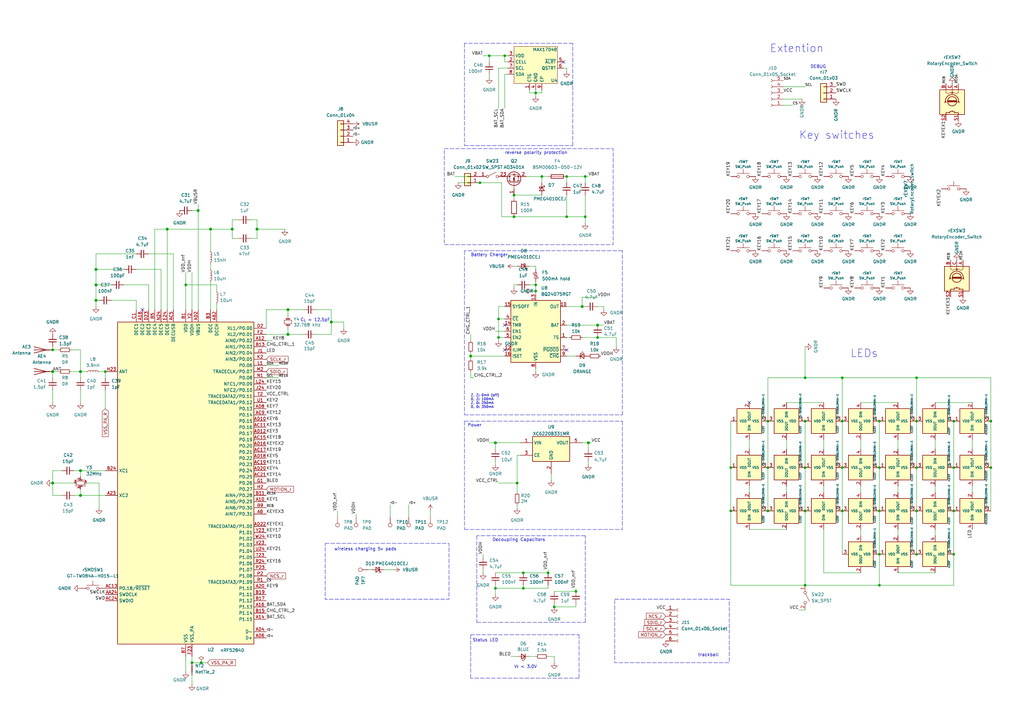
<source format=kicad_sch>
(kicad_sch (version 20231120) (generator "eeschema") (generator_version "8.0")
  (paper "A3")
  (title_block (title "Corne Right") (date "2023-10-07") (rev "4.0.0") (company "foostan"))
  (lib_symbols
    (symbol "Battery_Management:BQ24075RGT"
      (property "Reference" "U" (at -8.89 13.97 0))
      (property "Value" "BQ24075RGT" (at 16.51 13.97 0))
      (symbol "BQ24075RGT_1_1"
        (pin passive line (at 12.7 -2.54 180) (length 2.54) (name "TS") (number "1"))
        (pin power_out line (at 12.7 10.16 180) (length 2.54) (name "OUT") (number "10"))
        (pin passive line (at 12.7 10.16 180) (length 2.54) hide (name "OUT") (number "11"))
        (pin passive line (at -12.7 -7.62 0) (length 2.54) (name "ILIM") (number "12"))
        (pin power_in line (at 0 15.24 270) (length 2.54) (name "IN") (number "13"))
        (pin input line (at -12.7 2.54 0) (length 2.54) (name "TMR") (number "14"))
        (pin input line (at -12.7 10.16 0) (length 2.54) (name "SYSOFF") (number "15"))
        (pin passive line (at -12.7 -10.16 0) (length 2.54) (name "ISET") (number "16"))
        (pin passive line (at 0 -15.24 90) (length 2.54) hide (name "VSS") (number "17"))
        (pin power_out line (at 12.7 2.54 180) (length 2.54) (name "BAT") (number "2"))
        (pin passive line (at 12.7 2.54 180) (length 2.54) hide (name "BAT") (number "3"))
        (pin input line (at -12.7 5.08 0) (length 2.54) (name "~{CE}") (number "4"))
        (pin input line (at -12.7 -2.54 0) (length 2.54) (name "EN2") (number "5"))
        (pin input line (at -12.7 0 0) (length 2.54) (name "EN1") (number "6"))
        (pin open_collector line (at 12.7 -7.62 180) (length 2.54) (name "~{PGOOD}") (number "7"))
        (pin power_in line (at 0 -15.24 90) (length 2.54) (name "VSS") (number "8"))
        (pin open_collector line (at 12.7 -10.16 180) (length 2.54) (name "~{CHG}") (number "9"))
      )
    )
    (symbol "Connector:Conn_01x05_Socket" (pin_names (offset 1.016) hide)
      (property "Reference" "J" (at 0 7.62 0))
      (property "Value" "Conn_01x05_Socket" (at 0 -7.62 0))
      (symbol "Conn_01x05_Socket_1_1"
        (pin passive line (at -5.08 5.08 0) (length 3.81) (name "Pin_1") (number "1"))
        (pin passive line (at -5.08 2.54 0) (length 3.81) (name "Pin_2") (number "2"))
        (pin passive line (at -5.08 0 0) (length 3.81) (name "Pin_3") (number "3"))
        (pin passive line (at -5.08 -2.54 0) (length 3.81) (name "Pin_4") (number "4"))
        (pin passive line (at -5.08 -5.08 0) (length 3.81) (name "Pin_5") (number "5"))
      )
    )
    (symbol "Connector:Conn_01x06_Socket" (pin_names (offset 1.016) hide)
      (property "Reference" "J" (at 0 7.62 0))
      (property "Value" "Conn_01x06_Socket" (at 0 -10.16 0))
      (symbol "Conn_01x06_Socket_1_1"
        (pin passive line (at -5.08 5.08 0) (length 3.81) (name "Pin_1") (number "1"))
        (pin passive line (at -5.08 2.54 0) (length 3.81) (name "Pin_2") (number "2"))
        (pin passive line (at -5.08 0 0) (length 3.81) (name "Pin_3") (number "3"))
        (pin passive line (at -5.08 -2.54 0) (length 3.81) (name "Pin_4") (number "4"))
        (pin passive line (at -5.08 -5.08 0) (length 3.81) (name "Pin_5") (number "5"))
        (pin passive line (at -5.08 -7.62 0) (length 3.81) (name "Pin_6") (number "6"))
      )
    )
    (symbol "Connector:TestPoint" (pin_numbers hide) (pin_names (offset 0.762) hide)
      (property "Reference" "TP" (at 0 6.858 0))
      (property "Value" "TestPoint" (at 0 5.08 0))
      (symbol "TestPoint_1_1"
        (pin passive line (at 0 0 90) (length 2.54) (name "1") (number "1"))
      )
    )
    (symbol "Connector_Generic:Conn_01x02" (pin_names (offset 1.016) hide)
      (property "Reference" "J" (at 0 2.54 0))
      (property "Value" "Conn_01x02" (at 0 -5.08 0))
      (symbol "Conn_01x02_1_1"
        (pin passive line (at -5.08 0 0) (length 3.81) (name "Pin_1") (number "1"))
        (pin passive line (at -5.08 -2.54 0) (length 3.81) (name "Pin_2") (number "2"))
      )
    )
    (symbol "Connector_Generic:Conn_01x03" (pin_names (offset 1.016) hide)
      (property "Reference" "J" (at 0 5.08 0))
      (property "Value" "Conn_01x03" (at 0 -5.08 0))
      (symbol "Conn_01x03_1_1"
        (pin passive line (at -5.08 2.54 0) (length 3.81) (name "Pin_1") (number "1"))
        (pin passive line (at -5.08 0 0) (length 3.81) (name "Pin_2") (number "2"))
        (pin passive line (at -5.08 -2.54 0) (length 3.81) (name "Pin_3") (number "3"))
      )
    )
    (symbol "Connector_Generic:Conn_01x04" (pin_names (offset 1.016) hide)
      (property "Reference" "J" (at 0 5.08 0))
      (property "Value" "Conn_01x04" (at 0 -7.62 0))
      (symbol "Conn_01x04_1_1"
        (pin passive line (at -5.08 2.54 0) (length 3.81) (name "Pin_1") (number "1"))
        (pin passive line (at -5.08 0 0) (length 3.81) (name "Pin_2") (number "2"))
        (pin passive line (at -5.08 -2.54 0) (length 3.81) (name "Pin_3") (number "3"))
        (pin passive line (at -5.08 -5.08 0) (length 3.81) (name "Pin_4") (number "4"))
      )
    )
    (symbol "Device:Antenna" (pin_numbers hide) (pin_names (offset 1.016) hide)
      (property "Reference" "AE" (at -1.905 1.905 0))
      (property "Value" "Antenna" (at -1.905 0 0))
      (symbol "Antenna_1_1"
        (pin input line (at 0 -5.08 90) (length 2.54) (name "A") (number "1"))
      )
    )
    (symbol "Device:C_Small" (pin_numbers hide) (pin_names (offset 0.254) hide)
      (property "Reference" "C" (at 0.254 1.778 0))
      (property "Value" "C_Small" (at 0.254 -2.032 0))
      (symbol "C_Small_1_1"
        (pin passive line (at 0 2.54 270) (length 2.032) (name "~") (number "1"))
        (pin passive line (at 0 -2.54 90) (length 2.032) (name "~") (number "2"))
      )
    )
    (symbol "Device:Crystal_GND24_Small" (pin_names (offset 1.016) hide)
      (property "Reference" "Y" (at 1.27 4.445 0))
      (property "Value" "Crystal_GND24_Small" (at 1.27 2.54 0))
      (symbol "Crystal_GND24_Small_1_1"
        (pin passive line (at -2.54 0 0) (length 1.27) (name "1") (number "1"))
        (pin passive line (at 0 -2.54 90) (length 0.635) (name "2") (number "2"))
        (pin passive line (at 2.54 0 180) (length 1.27) (name "3") (number "3"))
        (pin passive line (at 0 2.54 270) (length 0.635) (name "4") (number "4"))
      )
    )
    (symbol "Device:Crystal_Small" (pin_numbers hide) (pin_names (offset 1.016) hide)
      (property "Reference" "Y" (at 0 2.54 0))
      (property "Value" "Crystal_Small" (at 0 -2.54 0))
      (symbol "Crystal_Small_1_1"
        (pin passive line (at -2.54 0 0) (length 1.27) (name "1") (number "1"))
        (pin passive line (at 2.54 0 180) (length 1.27) (name "2") (number "2"))
      )
    )
    (symbol "Device:D_Schottky_Small" (pin_numbers hide) (pin_names (offset 0.254) hide)
      (property "Reference" "D" (at -1.27 2.032 0))
      (property "Value" "D_Schottky_Small" (at -7.112 -2.032 0))
      (symbol "D_Schottky_Small_1_1"
        (pin passive line (at -2.54 0 0) (length 1.778) (name "K") (number "1"))
        (pin passive line (at 2.54 0 180) (length 1.778) (name "A") (number "2"))
      )
    )
    (symbol "Device:Fuse" (pin_numbers hide) (pin_names (offset 0))
      (property "Reference" "F" (at 2.032 0 90))
      (property "Value" "Fuse" (at -1.905 0 90))
      (symbol "Fuse_1_1"
        (pin passive line (at 0 3.81 270) (length 1.27) (name "~") (number "1"))
        (pin passive line (at 0 -3.81 90) (length 1.27) (name "~") (number "2"))
      )
    )
    (symbol "Device:LED_Small" (pin_numbers hide) (pin_names (offset 0.254) hide)
      (property "Reference" "D" (at -1.27 3.175 0))
      (property "Value" "LED_Small" (at -4.445 -2.54 0))
      (symbol "LED_Small_1_1"
        (pin passive line (at -2.54 0 0) (length 1.778) (name "K") (number "1"))
        (pin passive line (at 2.54 0 180) (length 1.778) (name "A") (number "2"))
      )
    )
    (symbol "Device:L_Small" (pin_numbers hide) (pin_names (offset 0.254) hide)
      (property "Reference" "L" (at 0.762 1.016 0))
      (property "Value" "L_Small" (at 0.762 -1.016 0))
      (symbol "L_Small_1_1"
        (pin passive line (at 0 2.54 270) (length 0.508) (name "~") (number "1"))
        (pin passive line (at 0 -2.54 90) (length 0.508) (name "~") (number "2"))
      )
    )
    (symbol "Device:NetTie_2" (pin_numbers hide) (pin_names (offset 0) hide)
      (property "Reference" "NT" (at 0 1.27 0))
      (property "Value" "NetTie_2" (at 0 -1.27 0))
      (symbol "NetTie_2_1_1"
        (pin passive line (at -2.54 0 0) (length 2.54) (name "1") (number "1"))
        (pin passive line (at 2.54 0 180) (length 2.54) (name "2") (number "2"))
      )
    )
    (symbol "Device:Polyfuse_Small" (pin_numbers hide) (pin_names (offset 0))
      (property "Reference" "F" (at -1.905 0 90))
      (property "Value" "Polyfuse_Small" (at 1.905 0 90))
      (symbol "Polyfuse_Small_1_1"
        (pin passive line (at 0 2.54 270) (length 0.635) (name "~") (number "1"))
        (pin passive line (at 0 -2.54 90) (length 0.635) (name "~") (number "2"))
      )
    )
    (symbol "Device:R" (pin_numbers hide) (pin_names (offset 0))
      (property "Reference" "R" (at 2.032 0 90))
      (property "Value" "R" (at 0 0 90))
      (symbol "R_1_1"
        (pin passive line (at 0 3.81 270) (length 1.27) (name "~") (number "1"))
        (pin passive line (at 0 -3.81 90) (length 1.27) (name "~") (number "2"))
      )
    )
    (symbol "Device:R_Small" (pin_numbers hide) (pin_names (offset 0.254) hide)
      (property "Reference" "R" (at 0.762 0.508 0))
      (property "Value" "R_Small" (at 0.762 -1.016 0))
      (symbol "R_Small_1_1"
        (pin passive line (at 0 2.54 270) (length 0.762) (name "~") (number "1"))
        (pin passive line (at 0 -2.54 90) (length 0.762) (name "~") (number "2"))
      )
    )
    (symbol "Device:RotaryEncoder_Switch" (pin_names (offset 0.254) hide)
      (property "Reference" "SW" (at 0 6.604 0))
      (property "Value" "RotaryEncoder_Switch" (at 0 -6.604 0))
      (symbol "RotaryEncoder_Switch_1_1"
        (pin passive line (at -7.62 2.54 0) (length 2.54) (name "A") (number "A"))
        (pin passive line (at -7.62 -2.54 0) (length 2.54) (name "B") (number "B"))
        (pin passive line (at -7.62 0 0) (length 2.54) (name "C") (number "C"))
        (pin passive line (at 7.62 2.54 180) (length 2.54) (name "S1") (number "S1"))
        (pin passive line (at 7.62 -2.54 180) (length 2.54) (name "S2") (number "S2"))
      )
    )
    (symbol "MCU_Nordic:nRF52840"
      (property "Reference" "U" (at 0 5.08 0))
      (property "Value" "nRF52840" (at 0 2.54 0))
      (symbol "nRF52840_1_1"
        (pin bidirectional line (at 33.02 -7.62 180) (length 5.08) (name "AIN5/P0.29") (number "A10"))
        (pin bidirectional line (at 33.02 58.42 180) (length 5.08) (name "AIN0/P0.02") (number "A12"))
        (pin bidirectional line (at 33.02 -55.88 180) (length 5.08) (name "P1.15") (number "A14"))
        (pin bidirectional line (at 33.02 -50.8 180) (length 5.08) (name "P1.13") (number "A16"))
        (pin passive line (at -17.78 71.12 270) (length 5.08) (name "DEC2") (number "A18"))
        (pin bidirectional line (at 33.02 -43.18 180) (length 5.08) (name "P1.10") (number "A20"))
        (pin passive line (at 0 71.12 270) (length 5.08) hide (name "VDD") (number "A22"))
        (pin input line (at -33.02 -5.08 0) (length 5.08) (name "XC2") (number "A23"))
        (pin bidirectional line (at 33.02 -12.7 180) (length 5.08) (name "AIN7/P0.31") (number "A8"))
        (pin input line (at -33.02 -45.72 0) (length 5.08) (name "SWDCLK") (number "AA24"))
        (pin power_out line (at 12.7 71.12 270) (length 5.08) (name "DCCH") (number "AB2"))
        (pin bidirectional line (at 33.02 22.86 180) (length 5.08) (name "P0.16") (number "AC11"))
        (pin bidirectional line (at -33.02 -43.18 0) (length 5.08) (name "P0.18/~{RESET}") (number "AC13"))
        (pin bidirectional line (at 33.02 17.78 180) (length 5.08) (name "P0.19") (number "AC15"))
        (pin bidirectional line (at 33.02 12.7 180) (length 5.08) (name "P0.21") (number "AC17"))
        (pin bidirectional line (at 33.02 7.62 180) (length 5.08) (name "P0.23") (number "AC19"))
        (pin bidirectional line (at 33.02 2.54 180) (length 5.08) (name "P0.25") (number "AC21"))
        (pin bidirectional line (at -33.02 -48.26 0) (length 5.08) (name "SWDIO") (number "AC24"))
        (pin passive line (at -5.08 71.12 270) (length 5.08) (name "DECUSB") (number "AC5"))
        (pin bidirectional line (at 33.02 27.94 180) (length 5.08) (name "P0.14") (number "AC9"))
        (pin bidirectional line (at 33.02 25.4 180) (length 5.08) (name "P0.15") (number "AD10"))
        (pin bidirectional line (at 33.02 20.32 180) (length 5.08) (name "P0.17") (number "AD12"))
        (pin passive line (at 0 71.12 270) (length 5.08) hide (name "VDD") (number "AD14"))
        (pin bidirectional line (at 33.02 15.24 180) (length 5.08) (name "P0.20") (number "AD16"))
        (pin bidirectional line (at 33.02 10.16 180) (length 5.08) (name "P0.22") (number "AD18"))
        (pin power_in line (at 5.08 71.12 270) (length 5.08) (name "VBUS") (number "AD2"))
        (pin bidirectional line (at 33.02 5.08 180) (length 5.08) (name "P0.24") (number "AD20"))
        (pin bidirectional line (at 33.02 -17.78 180) (length 5.08) (name "TRACEDATA0/P1.00") (number "AD22"))
        (pin passive line (at 0 71.12 270) (length 5.08) hide (name "VDD") (number "AD23"))
        (pin bidirectional line (at 33.02 -60.96 180) (length 5.08) (name "D-") (number "AD4"))
        (pin bidirectional line (at 33.02 -63.5 180) (length 5.08) (name "D+") (number "AD6"))
        (pin bidirectional line (at 33.02 30.48 180) (length 5.08) (name "P0.13") (number "AD8"))
        (pin power_in line (at 0 71.12 270) (length 5.08) (name "VDD") (number "B1"))
        (pin bidirectional line (at 33.02 -5.08 180) (length 5.08) (name "AIN4/P0.28") (number "B11"))
        (pin bidirectional line (at 33.02 55.88 180) (length 5.08) (name "AIN1/P0.03") (number "B13"))
        (pin bidirectional line (at 33.02 -53.34 180) (length 5.08) (name "P1.14") (number "B15"))
        (pin bidirectional line (at 33.02 -48.26 180) (length 5.08) (name "P1.12") (number "B17"))
        (pin bidirectional line (at 33.02 -45.72 180) (length 5.08) (name "P1.11") (number "B19"))
        (pin input line (at -33.02 5.08 0) (length 5.08) (name "XC1") (number "B24"))
        (pin power_out line (at 10.16 71.12 270) (length 5.08) (name "DCC") (number "B3"))
        (pin passive line (at -12.7 71.12 270) (length 5.08) (name "DEC4") (number "B5"))
        (pin power_in line (at 0 -71.12 90) (length 5.08) (name "VSS") (number "B7"))
        (pin bidirectional line (at 33.02 -10.16 180) (length 5.08) (name "AIN6/P0.30") (number "B9"))
        (pin passive line (at -20.32 71.12 270) (length 5.08) (name "DEC1") (number "C1"))
        (pin bidirectional line (at 33.02 63.5 180) (length 5.08) (name "XL1/P0.00") (number "D2"))
        (pin passive line (at -15.24 71.12 270) (length 5.08) (name "DEC3") (number "D23"))
        (pin passive line (at -7.62 71.12 270) (length 5.08) (name "DEC6") (number "E24"))
        (pin passive line (at 0 -71.12 90) (length 5.08) hide (name "VSS") (number "EP"))
        (pin bidirectional line (at 33.02 60.96 180) (length 5.08) (name "XL2/P0.01") (number "F2"))
        (pin power_in line (at 2.54 -71.12 90) (length 5.08) (name "VSS_PA") (number "F23"))
        (pin bidirectional line (at 33.02 0 180) (length 5.08) (name "P0.26") (number "G1"))
        (pin bidirectional line (at 33.02 -2.54 180) (length 5.08) (name "P0.27") (number "H2"))
        (pin passive line (at -33.02 45.72 0) (length 5.08) (name "ANT") (number "H23"))
        (pin bidirectional line (at 33.02 53.34 180) (length 5.08) (name "AIN2/P0.04") (number "J1"))
        (pin bidirectional line (at 33.02 38.1 180) (length 5.08) (name "NFC2/P0.10") (number "J24"))
        (pin bidirectional line (at 33.02 50.8 180) (length 5.08) (name "AIN3/P0.05") (number "K2"))
        (pin bidirectional line (at 33.02 48.26 180) (length 5.08) (name "P0.06") (number "L1"))
        (pin bidirectional line (at 33.02 40.64 180) (length 5.08) (name "NFC1/P0.09") (number "L24"))
        (pin bidirectional line (at 33.02 45.72 180) (length 5.08) (name "TRACECLK/P0.07") (number "M2"))
        (pin bidirectional line (at 33.02 43.18 180) (length 5.08) (name "P0.08") (number "N1"))
        (pin passive line (at -10.16 71.12 270) (length 5.08) (name "DEC5") (number "N24"))
        (pin bidirectional line (at 33.02 -38.1 180) (length 5.08) (name "P1.08") (number "P2"))
        (pin bidirectional line (at 33.02 -35.56 180) (length 5.08) (name "P1.07") (number "P23"))
        (pin bidirectional line (at 33.02 -40.64 180) (length 5.08) (name "TRACEDATA3/P1.09") (number "R1"))
        (pin bidirectional line (at 33.02 -33.02 180) (length 5.08) (name "P1.06") (number "R24"))
        (pin bidirectional line (at 33.02 35.56 180) (length 5.08) (name "TRACEDATA2/P0.11") (number "T2"))
        (pin bidirectional line (at 33.02 -30.48 180) (length 5.08) (name "P1.05") (number "T23"))
        (pin bidirectional line (at 33.02 33.02 180) (length 5.08) (name "TRACEDATA1/P0.12") (number "U1"))
        (pin bidirectional line (at 33.02 -27.94 180) (length 5.08) (name "P1.04") (number "U24"))
        (pin bidirectional line (at 33.02 -25.4 180) (length 5.08) (name "P1.03") (number "V23"))
        (pin passive line (at 0 71.12 270) (length 5.08) hide (name "VDD") (number "W1"))
        (pin bidirectional line (at 33.02 -22.86 180) (length 5.08) (name "P1.02") (number "W24"))
        (pin power_in line (at 2.54 71.12 270) (length 5.08) (name "VDDH") (number "Y2"))
        (pin bidirectional line (at 33.02 -20.32 180) (length 5.08) (name "P1.01") (number "Y23"))
      )
    )
    (symbol "Regulator_Linear:XC6220B331MR"
      (property "Reference" "U" (at 0 8.89 0))
      (property "Value" "XC6220B331MR" (at 0 6.35 0))
      (symbol "XC6220B331MR_1_1"
        (pin power_in line (at -12.7 2.54 0) (length 5.08) (name "VIN") (number "1"))
        (pin power_in line (at 0 -10.16 90) (length 5.08) (name "GND") (number "2"))
        (pin input line (at -12.7 -2.54 0) (length 5.08) (name "CE") (number "3"))
        (pin no_connect line (at 12.7 -2.54 180) (length 5.08) hide (name "NC") (number "4"))
        (pin power_out line (at 12.7 2.54 180) (length 5.08) (name "VOUT") (number "5"))
      )
    )
    (symbol "SW_Push_1" (pin_numbers hide) (pin_names (offset 1.016) hide)
      (property "Reference" "SW" (at 1.27 2.54 0))
      (property "Value" "SW_Push" (at 0 -1.524 0))
      (symbol "SW_Push_1_0_1"
        (pin passive line (at -5.08 0 0) (length 2.54) (name "1") (number "1"))
        (pin passive line (at 5.08 0 180) (length 2.54) (name "2") (number "2"))
      )
    )
    (symbol "Switch:SW_Push" (pin_numbers hide) (pin_names (offset 1.016) hide)
      (property "Reference" "SW" (at 1.27 2.54 0))
      (property "Value" "SW_Push" (at 0 -1.524 0))
      (symbol "SW_Push_0_1"
        (pin passive line (at -5.08 0 0) (length 2.54) (name "1") (number "1"))
        (pin passive line (at 5.08 0 180) (length 2.54) (name "2") (number "2"))
      )
    )
    (symbol "Switch:SW_SPST" (pin_names (offset 0) hide)
      (property "Reference" "SW" (at 0 3.175 0))
      (property "Value" "SW_SPST" (at 0 -2.54 0))
      (symbol "SW_SPST_1_1"
        (pin passive line (at -5.08 0 0) (length 2.54) (name "A") (number "1"))
        (pin passive line (at 5.08 0 180) (length 2.54) (name "B") (number "2"))
      )
    )
    (symbol "Transistor_FET:AO3401A" (pin_names hide)
      (property "Reference" "Q" (at 5.08 1.905 0))
      (property "Value" "AO3401A" (at 5.08 0 0))
      (symbol "AO3401A_1_1"
        (pin input line (at -5.08 0 0) (length 2.54) (name "G") (number "1"))
        (pin passive line (at 2.54 -5.08 90) (length 2.54) (name "S") (number "2"))
        (pin passive line (at 2.54 5.08 270) (length 2.54) (name "D") (number "3"))
      )
    )
    (symbol "kbd:GNDR" (power) (pin_names (offset 0))
      (property "Value" "GNDR" (at 0 -3.81 0))
      (symbol "GNDR_1_1"
        (pin power_in line (at 0 0 270) (length 0) hide (name "GNDR") (number "1"))
      )
    )
    (symbol "kbd_local:VBUSR" (power) (pin_names (offset 0))
      (property "Value" "VBUSR" (at 0 3.81 0))
      (symbol "VBUSR_1_1"
        (pin power_in line (at 0 0 90) (length 0) hide (name "VBUSR") (number "1"))
      )
    )
    (symbol "kbd_local:YS-SK6812MINI-E" (pin_names (offset 1.016))
      (property "Reference" "LED" (at 2.54 -7.62 0))
      (property "Value" "YS-SK6812MINI-E" (at 6.35 -6.35 0))
      (symbol "YS-SK6812MINI-E_1_1"
        (pin power_in line (at 0 7.62 270) (length 2.54) (name "VDD") (number "1"))
        (pin output line (at 7.62 0 180) (length 2.54) (name "DOUT") (number "2"))
        (pin power_in line (at 0 -7.62 90) (length 2.54) (name "VSS") (number "3"))
        (pin input line (at -7.62 0 0) (length 2.54) (name "DIN") (number "4"))
      )
    )
    (symbol "mikoto:MAX17048"
      (property "Reference" "U" (at -7.62 8.89 0))
      (property "Value" "MAX17048" (at 4.445 8.89 0))
      (symbol "MAX17048_0_0"
        (pin power_in line (at -2.54 -10.16 90) (length 2.54) (name "CTG") (number "1"))
        (pin power_in line (at -11.43 1.27 0) (length 2.54) (name "CELL") (number "2"))
        (pin power_in line (at -11.43 3.81 0) (length 2.54) (name "VDD") (number "3"))
        (pin power_in line (at 0 -10.16 90) (length 2.54) (name "GND") (number "4"))
        (pin open_collector line (at 11.43 1.27 180) (length 2.54) (name "~{ALRT}") (number "5"))
        (pin input line (at 11.43 -1.27 180) (length 2.54) (name "QSTRT") (number "6"))
        (pin tri_state line (at -11.43 -1.27 0) (length 2.54) (name "SCL") (number "7"))
        (pin tri_state line (at -11.43 -3.81 0) (length 2.54) (name "SDA") (number "8"))
        (pin power_in line (at 2.54 -10.16 90) (length 2.54) (name "EP") (number "9"))
      )
    )
    (symbol "power:GND" (power) (pin_names (offset 0))
      (property "Value" "GND" (at 0 -3.81 0))
      (symbol "GND_1_1"
        (pin power_in line (at 0 0 270) (length 0) hide (name "GND") (number "1"))
      )
    )
    (symbol "power:PWR_FLAG" (power) (pin_numbers hide) (pin_names (offset 0) hide)
      (property "Value" "PWR_FLAG" (at 0 3.81 0))
      (symbol "PWR_FLAG_0_0"
        (pin power_out line (at 0 0 90) (length 0) (name "pwr") (number "1"))
      )
    )
    (symbol "power:VBUS" (power) (pin_names (offset 0))
      (property "Value" "VBUS" (at 0 3.81 0))
      (symbol "VBUS_1_1"
        (pin power_in line (at 0 0 90) (length 0) hide (name "VBUS") (number "1"))
      )
    )
  )
  (junction (at 219.71 38.1))
  (junction (at 21.59 152.4) (diameter 1.016))
  (junction (at 68.58 93.98) (diameter 1.016))
  (junction (at 39.37 116.84) (diameter 1.016))
  (junction (at 196.85 74.93))
  (junction (at 299.72 209.55))
  (junction (at 21.59 143.51))
  (junction (at 345.44 191.77))
  (junction (at 330.2 209.55))
  (junction (at 360.68 191.77))
  (junction (at 245.11 133.35) (diameter 1.016))
  (junction (at 95.25 93.98) (diameter 1.016))
  (junction (at 375.92 191.77))
  (junction (at 314.96 172.72))
  (junction (at 245.11 138.43))
  (junction (at 210.82 80.01))
  (junction (at 345.44 209.55))
  (junction (at 391.16 227.33))
  (junction (at 81.28 86.36) (diameter 1.016))
  (junction (at 43.18 152.4))
  (junction (at 33.02 193.04) (diameter 1.016))
  (junction (at 240.03 72.39))
  (junction (at 39.37 123.19) (diameter 1.016))
  (junction (at 391.16 209.55))
  (junction (at 118.11 127) (diameter 1.016))
  (junction (at 375.92 227.33))
  (junction (at 360.68 209.55))
  (junction (at 406.4 191.77))
  (junction (at 105.41 93.98) (diameter 1.016))
  (junction (at 78.74 271.78))
  (junction (at 214.63 241.3))
  (junction (at 330.2 154.94))
  (junction (at 39.37 110.49) (diameter 1.016))
  (junction (at 203.2 241.3))
  (junction (at 214.63 234.95))
  (junction (at 391.16 172.72))
  (junction (at 219.71 119.38))
  (junction (at 345.44 154.94))
  (junction (at 330.2 191.77))
  (junction (at 240.03 88.9))
  (junction (at 241.3 181.61) (diameter 1.016))
  (junction (at 203.2 181.61) (diameter 1.016))
  (junction (at 360.68 172.72))
  (junction (at 200.66 22.86))
  (junction (at 118.11 137.16) (diameter 1.016))
  (junction (at 375.92 172.72))
  (junction (at 210.82 88.9))
  (junction (at 232.41 88.9))
  (junction (at 33.02 203.2) (diameter 1.016))
  (junction (at 82.55 271.78))
  (junction (at 86.36 93.98) (diameter 1.016))
  (junction (at 375.92 154.94))
  (junction (at 21.59 198.12) (diameter 1.016))
  (junction (at 406.4 172.72))
  (junction (at 135.89 132.08) (diameter 1.016))
  (junction (at 360.68 227.33))
  (junction (at 193.04 146.05) (diameter 1.016))
  (junction (at 204.47 130.81))
  (junction (at 236.22 242.57))
  (junction (at 204.47 138.43))
  (junction (at 238.76 125.73) (diameter 1.016))
  (junction (at 219.71 116.84))
  (junction (at 375.92 209.55))
  (junction (at 76.2 116.84))
  (junction (at 330.2 240.03))
  (junction (at 345.44 172.72))
  (junction (at 33.02 152.4) (diameter 1.016))
  (junction (at 227.33 248.92))
  (junction (at 207.01 22.86))
  (junction (at 232.41 72.39))
  (junction (at 224.79 234.95))
  (junction (at 360.68 240.03))
  (junction (at 314.96 209.55))
  (junction (at 212.09 198.12))
  (junction (at 299.72 191.77))
  (junction (at 314.96 191.77))
  (junction (at 330.2 172.72))
  (junction (at 222.25 72.39))
  (junction (at 391.16 191.77))
  (no_connect (at 58.42 127))
  (no_connect (at 232.41 143.51))
  (no_connect (at 307.34 165.1))
  (no_connect (at 207.01 143.51))
  (no_connect (at 231.14 25.4))
  (no_connect (at 207.01 133.35))
  (wire (pts (xy 39.37 110.49) (xy 39.37 116.84)))
  (wire (pts (xy 203.2 234.95) (xy 214.63 234.95)))
  (wire (pts (xy 146.05 210.82) (xy 146.05 212.09)))
  (wire (pts (xy 29.21 143.51) (xy 33.02 143.51)))
  (wire (pts (xy 135.89 132.08) (xy 140.97 132.08)))
  (wire (pts (xy 219.71 36.83) (xy 219.71 38.1)))
  (wire (pts (xy 43.18 152.4) (xy 43.18 154.94)))
  (wire (pts (xy 240.03 91.44) (xy 240.03 88.9)))
  (wire (pts (xy 360.68 172.72) (xy 360.68 191.77)))
  (wire (pts (xy 219.71 38.1) (xy 217.17 38.1)))
  (polyline (pts (xy 234.95 59.69) (xy 234.95 17.78)) (stroke (width 0) (type dash)))
  (wire (pts (xy 238.76 181.61) (xy 241.3 181.61)))
  (wire (pts (xy 245.11 125.73) (xy 247.65 125.73)))
  (wire (pts (xy 204.47 130.81) (xy 204.47 138.43)))
  (wire (pts (xy 33.02 203.2) (xy 30.48 203.2)))
  (wire (pts (xy 105.41 97.79) (xy 105.41 93.98)))
  (wire (pts (xy 227.33 247.65) (xy 227.33 248.92)))
  (wire (pts (xy 406.4 191.77) (xy 406.4 209.55)))
  (wire (pts (xy 330.2 191.77) (xy 330.2 209.55)))
  (wire (pts (xy 21.59 198.12) (xy 21.59 193.04)))
  (wire (pts (xy 360.68 227.33) (xy 360.68 240.03)))
  (wire (pts (xy 219.71 116.84) (xy 219.71 119.38)))
  (polyline (pts (xy 190.5 170.18) (xy 255.27 170.18)) (stroke (width 0) (type dash)))
  (wire (pts (xy 203.2 181.61) (xy 213.36 181.61)))
  (wire (pts (xy 76.2 116.84) (xy 76.2 127)))
  (wire (pts (xy 95.25 93.98) (xy 95.25 97.79)))
  (wire (pts (xy 39.37 116.84) (xy 45.72 116.84)))
  (wire (pts (xy 330.2 154.94) (xy 314.96 154.94)))
  (wire (pts (xy 299.72 209.55) (xy 299.72 240.03)))
  (wire (pts (xy 231.14 27.94) (xy 232.41 27.94)))
  (wire (pts (xy 63.5 93.98) (xy 68.58 93.98)))
  (wire (pts (xy 200.66 22.86) (xy 207.01 22.86)))
  (wire (pts (xy 50.8 116.84) (xy 60.96 116.84)))
  (wire (pts (xy 68.58 127) (xy 68.58 93.98)))
  (wire (pts (xy 214.63 234.95) (xy 224.79 234.95)))
  (wire (pts (xy 82.55 271.78) (xy 85.09 271.78)))
  (wire (pts (xy 227.33 242.57) (xy 236.22 242.57)))
  (wire (pts (xy 97.79 97.79) (xy 95.25 97.79)))
  (wire (pts (xy 21.59 203.2) (xy 21.59 198.12)))
  (wire (pts (xy 207.01 30.48) (xy 208.28 30.48)))
  (wire (pts (xy 138.43 209.55) (xy 138.43 212.09)))
  (wire (pts (xy 375.92 191.77) (xy 375.92 209.55)))
  (wire (pts (xy 210.82 80.01) (xy 210.82 81.28)))
  (wire (pts (xy 95.25 90.17) (xy 95.25 93.98)))
  (wire (pts (xy 21.59 193.04) (xy 25.4 193.04)))
  (wire (pts (xy 236.22 248.92) (xy 236.22 247.65)))
  (wire (pts (xy 345.44 209.55) (xy 345.44 227.33)))
  (wire (pts (xy 383.54 199.39) (xy 383.54 201.93)))
  (wire (pts (xy 232.41 133.35) (xy 245.11 133.35)))
  (wire (pts (xy 88.9 116.84) (xy 76.2 116.84)))
  (wire (pts (xy 200.66 30.48) (xy 200.66 31.75)))
  (wire (pts (xy 212.09 198.12) (xy 212.09 186.69)))
  (wire (pts (xy 60.96 116.84) (xy 60.96 127)))
  (wire (pts (xy 391.16 240.03) (xy 360.68 240.03)))
  (wire (pts (xy 368.3 234.95) (xy 383.54 234.95)))
  (wire (pts (xy 232.41 146.05) (xy 236.22 146.05)))
  (wire (pts (xy 238.76 121.92) (xy 238.76 125.73)))
  (wire (pts (xy 193.04 144.78) (xy 193.04 146.05)))
  (wire (pts (xy 39.37 104.14) (xy 55.88 104.14)))
  (wire (pts (xy 353.06 217.17) (xy 353.06 219.71)))
  (wire (pts (xy 33.02 152.4) (xy 33.02 154.94)))
  (wire (pts (xy 241.3 181.61) (xy 241.3 184.15)))
  (wire (pts (xy 368.3 180.34) (xy 368.3 184.15)))
  (wire (pts (xy 186.69 72.39) (xy 193.04 72.39)))
  (wire (pts (xy 55.88 110.49) (xy 66.04 110.49)))
  (wire (pts (xy 299.72 172.72) (xy 299.72 191.77)))
  (wire (pts (xy 224.79 241.3) (xy 224.79 240.03)))
  (wire (pts (xy 129.54 127) (xy 135.89 127)))
  (wire (pts (xy 167.64 207.01) (xy 167.64 212.09)))
  (wire (pts (xy 398.78 199.39) (xy 398.78 201.93)))
  (wire (pts (xy 200.66 181.61) (xy 203.2 181.61)))
  (wire (pts (xy 232.41 88.9) (xy 232.41 80.01)))
  (wire (pts (xy 29.21 152.4) (xy 33.02 152.4)))
  (wire (pts (xy 337.82 199.39) (xy 337.82 201.93)))
  (wire (pts (xy 204.47 130.81) (xy 207.01 130.81)))
  (wire (pts (xy 330.2 142.24) (xy 330.2 154.94)))
  (wire (pts (xy 219.71 109.22) (xy 219.71 110.49)))
  (wire (pts (xy 238.76 125.73) (xy 240.03 125.73)))
  (wire (pts (xy 95.25 90.17) (xy 97.79 90.17)))
  (wire (pts (xy 207.01 22.86) (xy 207.01 25.4)))
  (wire (pts (xy 209.55 269.24) (xy 212.09 269.24)))
  (wire (pts (xy 321.31 43.18) (xy 325.12 43.18)))
  (wire (pts (xy 330.2 240.03) (xy 360.68 240.03)))
  (wire (pts (xy 240.03 72.39) (xy 232.41 72.39)))
  (wire (pts (xy 109.22 134.62) (xy 109.22 127)))
  (wire (pts (xy 81.28 127) (xy 81.28 86.36)))
  (wire (pts (xy 39.37 116.84) (xy 39.37 123.19)))
  (wire (pts (xy 391.16 209.55) (xy 391.16 227.33)))
  (wire (pts (xy 207.01 25.4) (xy 208.28 25.4)))
  (wire (pts (xy 232.41 88.9) (xy 240.03 88.9)))
  (wire (pts (xy 63.5 127) (xy 63.5 93.98)))
  (wire (pts (xy 207.01 30.48) (xy 207.01 44.45)))
  (wire (pts (xy 212.09 186.69) (xy 213.36 186.69)))
  (wire (pts (xy 109.22 137.16) (xy 118.11 137.16)))
  (wire (pts (xy 219.71 151.13) (xy 219.71 152.4)))
  (wire (pts (xy 327.66 250.19) (xy 330.2 250.19)))
  (wire (pts (xy 193.04 146.05) (xy 207.01 146.05)))
  (wire (pts (xy 353.06 201.93) (xy 353.06 199.39)))
  (wire (pts (xy 86.36 115.57) (xy 86.36 127)))
  (wire (pts (xy 240.03 80.01) (xy 240.03 88.9)))
  (wire (pts (xy 375.92 209.55) (xy 375.92 227.33)))
  (wire (pts (xy 232.41 27.94) (xy 232.41 29.21)))
  (wire (pts (xy 68.58 93.98) (xy 86.36 93.98)))
  (wire (pts (xy 203.2 240.03) (xy 203.2 241.3)))
  (wire (pts (xy 198.12 227.33) (xy 198.12 228.6)))
  (wire (pts (xy 118.11 127) (xy 124.46 127)))
  (wire (pts (xy 35.56 152.4) (xy 33.02 152.4)))
  (wire (pts (xy 33.02 193.04) (xy 30.48 193.04)))
  (wire (pts (xy 406.4 172.72) (xy 406.4 191.77)))
  (wire (pts (xy 161.29 233.68) (xy 157.48 233.68)))
  (wire (pts (xy 214.63 241.3) (xy 224.79 241.3)))
  (wire (pts (xy 21.59 154.94) (xy 21.59 152.4)))
  (wire (pts (xy 116.84 93.98) (xy 105.41 93.98)))
  (wire (pts (xy 360.68 191.77) (xy 360.68 209.55)))
  (polyline (pts (xy 190.5 217.17) (xy 255.27 217.17)) (stroke (width 0) (type dash)))
  (wire (pts (xy 205.74 88.9) (xy 210.82 88.9)))
  (wire (pts (xy 314.96 154.94) (xy 314.96 172.72)))
  (wire (pts (xy 353.06 234.95) (xy 337.82 234.95)))
  (wire (pts (xy 241.3 189.23) (xy 241.3 190.5)))
  (wire (pts (xy 203.2 243.84) (xy 203.2 241.3)))
  (wire (pts (xy 78.74 271.78) (xy 78.74 269.24)))
  (wire (pts (xy 227.33 269.24) (xy 227.33 271.78)))
  (polyline (pts (xy 237.49 260.35) (xy 237.49 278.13)) (stroke (width 0) (type dash)))
  (wire (pts (xy 210.82 109.22) (xy 212.09 109.22)))
  (wire (pts (xy 40.64 198.12) (xy 40.64 208.28)))
  (wire (pts (xy 214.63 240.03) (xy 214.63 241.3)))
  (wire (pts (xy 203.2 241.3) (xy 214.63 241.3)))
  (polyline (pts (xy 195.58 219.71) (xy 195.58 255.27)) (stroke (width 0) (type dash)))
  (wire (pts (xy 219.71 115.57) (xy 219.71 116.84)))
  (wire (pts (xy 232.41 72.39) (xy 232.41 74.93)))
  (wire (pts (xy 219.71 119.38) (xy 219.71 120.65)))
  (wire (pts (xy 252.73 138.43) (xy 252.73 142.24)))
  (wire (pts (xy 204.47 27.94) (xy 208.28 27.94)))
  (wire (pts (xy 353.06 184.15) (xy 353.06 180.34)))
  (wire (pts (xy 240.03 72.39) (xy 241.3 72.39)))
  (wire (pts (xy 232.41 138.43) (xy 233.68 138.43)))
  (wire (pts (xy 330.2 209.55) (xy 330.2 240.03)))
  (polyline (pts (xy 255.27 172.72) (xy 255.27 217.17)) (stroke (width 0) (type dash)))
  (wire (pts (xy 337.82 184.15) (xy 337.82 180.34)))
  (polyline (pts (xy 190.5 172.72) (xy 190.5 217.17)) (stroke (width 0) (type dash)))
  (wire (pts (xy 78.74 86.36) (xy 81.28 86.36)))
  (wire (pts (xy 383.54 180.34) (xy 383.54 184.15)))
  (wire (pts (xy 215.9 72.39) (xy 222.25 72.39)))
  (wire (pts (xy 217.17 116.84) (xy 219.71 116.84)))
  (wire (pts (xy 55.88 127) (xy 55.88 123.19)))
  (wire (pts (xy 219.71 38.1) (xy 222.25 38.1)))
  (wire (pts (xy 383.54 165.1) (xy 398.78 165.1)))
  (wire (pts (xy 314.96 191.77) (xy 314.96 209.55)))
  (wire (pts (xy 207.01 22.86) (xy 208.28 22.86)))
  (wire (pts (xy 135.89 132.08) (xy 135.89 137.16)))
  (wire (pts (xy 391.16 172.72) (xy 391.16 191.77)))
  (wire (pts (xy 21.59 152.4) (xy 24.13 152.4)))
  (wire (pts (xy 39.37 104.14) (xy 39.37 110.49)))
  (wire (pts (xy 241.3 181.61) (xy 242.57 181.61)))
  (wire (pts (xy 105.41 90.17) (xy 105.41 93.98)))
  (polyline (pts (xy 255.27 170.18) (xy 255.27 102.87)) (stroke (width 0) (type dash)))
  (wire (pts (xy 33.02 160.02) (xy 33.02 165.1)))
  (wire (pts (xy 222.25 72.39) (xy 222.25 74.93)))
  (polyline (pts (xy 193.04 278.13) (xy 193.04 260.35)) (stroke (width 0) (type dash)))
  (wire (pts (xy 81.28 86.36) (xy 81.28 83.82)))
  (wire (pts (xy 321.31 40.64) (xy 328.93 40.64)))
  (wire (pts (xy 198.12 233.68) (xy 198.12 234.95)))
  (wire (pts (xy 245.11 133.35) (xy 247.65 133.35)))
  (wire (pts (xy 187.96 74.93) (xy 196.85 74.93)))
  (wire (pts (xy 140.97 132.08) (xy 140.97 134.62)))
  (wire (pts (xy 118.11 137.16) (xy 118.11 134.62)))
  (wire (pts (xy 299.72 191.77) (xy 299.72 209.55)))
  (wire (pts (xy 330.2 172.72) (xy 330.2 191.77)))
  (polyline (pts (xy 195.58 255.27) (xy 240.03 255.27)) (stroke (width 0) (type dash)))
  (wire (pts (xy 193.04 139.7) (xy 193.04 137.16)))
  (wire (pts (xy 78.74 276.86) (xy 78.74 280.67)))
  (wire (pts (xy 217.17 38.1) (xy 217.17 36.83)))
  (wire (pts (xy 193.04 154.94) (xy 194.31 154.94)))
  (wire (pts (xy 203.2 135.89) (xy 207.01 135.89)))
  (wire (pts (xy 86.36 93.98) (xy 95.25 93.98)))
  (wire (pts (xy 210.82 88.9) (xy 232.41 88.9)))
  (wire (pts (xy 238.76 138.43) (xy 245.11 138.43)))
  (wire (pts (xy 236.22 241.3) (xy 236.22 242.57)))
  (wire (pts (xy 200.66 22.86) (xy 200.66 25.4)))
  (wire (pts (xy 193.04 147.32) (xy 193.04 146.05)))
  (wire (pts (xy 224.79 233.68) (xy 224.79 234.95)))
  (polyline (pts (xy 190.5 59.69) (xy 234.95 59.69)) (stroke (width 0) (type dash)))
  (wire (pts (xy 212.09 207.01) (xy 212.09 208.28)))
  (wire (pts (xy 135.89 127) (xy 135.89 132.08)))
  (wire (pts (xy 398.78 180.34) (xy 398.78 184.15)))
  (wire (pts (xy 222.25 80.01) (xy 210.82 80.01)))
  (wire (pts (xy 88.9 124.46) (xy 88.9 127)))
  (wire (pts (xy 71.12 104.14) (xy 71.12 127)))
  (wire (pts (xy 204.47 27.94) (xy 204.47 44.45)))
  (wire (pts (xy 375.92 154.94) (xy 406.4 154.94)))
  (wire (pts (xy 375.92 154.94) (xy 375.92 172.72)))
  (wire (pts (xy 33.02 193.04) (xy 43.18 193.04)))
  (wire (pts (xy 193.04 152.4) (xy 193.04 154.94)))
  (wire (pts (xy 321.31 35.56) (xy 330.2 35.56)))
  (wire (pts (xy 322.58 201.93) (xy 322.58 199.39)))
  (polyline (pts (xy 240.03 255.27) (xy 240.03 219.71)) (stroke (width 0) (type dash)))
  (wire (pts (xy 39.37 125.73) (xy 39.37 123.19)))
  (wire (pts (xy 39.37 110.49) (xy 50.8 110.49)))
  (wire (pts (xy 109.22 154.94) (xy 114.3 154.94)))
  (wire (pts (xy 118.11 129.54) (xy 118.11 127)))
  (wire (pts (xy 322.58 184.15) (xy 322.58 180.34)))
  (wire (pts (xy 43.18 160.02) (xy 43.18 167.64)))
  (wire (pts (xy 176.53 209.55) (xy 176.53 212.09)))
  (wire (pts (xy 240.03 72.39) (xy 240.03 74.93)))
  (wire (pts (xy 360.68 209.55) (xy 360.68 227.33)))
  (wire (pts (xy 21.59 142.24) (xy 21.59 143.51)))
  (polyline (pts (xy 190.5 17.78) (xy 190.5 59.69)) (stroke (width 0) (type dash)))
  (wire (pts (xy 217.17 109.22) (xy 219.71 109.22)))
  (wire (pts (xy 203.2 189.23) (xy 203.2 190.5)))
  (wire (pts (xy 222.25 72.39) (xy 224.79 72.39)))
  (wire (pts (xy 247.65 125.73) (xy 247.65 127)))
  (wire (pts (xy 391.16 227.33) (xy 391.16 240.03)))
  (polyline (pts (xy 234.95 17.78) (xy 190.5 17.78)) (stroke (width 0) (type dash)))
  (wire (pts (xy 78.74 111.76) (xy 78.74 127)))
  (wire (pts (xy 227.33 248.92) (xy 236.22 248.92)))
  (wire (pts (xy 118.11 137.16) (xy 124.46 137.16)))
  (wire (pts (xy 375.92 172.72) (xy 375.92 191.77)))
  (wire (pts (xy 226.06 194.31) (xy 226.06 196.85)))
  (wire (pts (xy 210.82 118.11) (xy 210.82 116.84)))
  (wire (pts (xy 102.87 90.17) (xy 105.41 90.17)))
  (polyline (pts (xy 190.5 102.87) (xy 190.5 170.18)) (stroke (width 0) (type dash)))
  (wire (pts (xy 252.73 138.43) (xy 245.11 138.43)))
  (wire (pts (xy 86.36 110.49) (xy 86.36 107.95)))
  (wire (pts (xy 210.82 116.84) (xy 212.09 116.84)))
  (wire (pts (xy 307.34 199.39) (xy 307.34 201.93)))
  (wire (pts (xy 88.9 119.38) (xy 88.9 116.84)))
  (wire (pts (xy 39.37 123.19) (xy 40.64 123.19)))
  (wire (pts (xy 406.4 154.94) (xy 406.4 172.72)))
  (wire (pts (xy 205.74 72.39) (xy 207.01 72.39)))
  (wire (pts (xy 60.96 104.14) (xy 71.12 104.14)))
  (wire (pts (xy 217.17 269.24) (xy 219.71 269.24)))
  (wire (pts (xy 330.2 154.94) (xy 345.44 154.94)))
  (wire (pts (xy 314.96 172.72) (xy 314.96 191.77)))
  (wire (pts (xy 30.48 198.12) (xy 21.59 198.12)))
  (wire (pts (xy 33.02 143.51) (xy 33.02 152.4)))
  (wire (pts (xy 232.41 125.73) (xy 238.76 125.73)))
  (wire (pts (xy 368.3 199.39) (xy 368.3 201.93)))
  (wire (pts (xy 86.36 102.87) (xy 86.36 93.98)))
  (wire (pts (xy 33.02 200.66) (xy 33.02 203.2)))
  (wire (pts (xy 219.71 38.1) (xy 219.71 39.37)))
  (wire (pts (xy 218.44 119.38) (xy 219.71 119.38)))
  (wire (pts (xy 391.16 191.77) (xy 391.16 209.55)))
  (polyline (pts (xy 190.5 172.72) (xy 255.27 172.72)) (stroke (width 0) (type dash)))
  (wire (pts (xy 345.44 172.72) (xy 345.44 191.77)))
  (wire (pts (xy 224.79 269.24) (xy 227.33 269.24)))
  (wire (pts (xy 76.2 111.76) (xy 76.2 116.84)))
  (wire (pts (xy 307.34 217.17) (xy 322.58 217.17)))
  (wire (pts (xy 345.44 154.94) (xy 345.44 172.72)))
  (wire (pts (xy 322.58 165.1) (xy 337.82 165.1)))
  (wire (pts (xy 204.47 125.73) (xy 204.47 130.81)))
  (wire (pts (xy 78.74 271.78) (xy 82.55 271.78)))
  (polyline (pts (xy 240.03 219.71) (xy 195.58 219.71)) (stroke (width 0) (type dash)))
  (wire (pts (xy 337.82 234.95) (xy 337.82 217.17)))
  (wire (pts (xy 40.64 152.4) (xy 43.18 152.4)))
  (wire (pts (xy 135.89 137.16) (xy 129.54 137.16)))
  (wire (pts (xy 212.09 198.12) (xy 212.09 201.93)))
  (wire (pts (xy 102.87 97.79) (xy 105.41 97.79)))
  (wire (pts (xy 21.59 160.02) (xy 21.59 165.1)))
  (wire (pts (xy 25.4 203.2) (xy 21.59 203.2)))
  (wire (pts (xy 40.64 198.12) (xy 35.56 198.12)))
  (wire (pts (xy 109.22 127) (xy 118.11 127)))
  (wire (pts (xy 160.02 207.01) (xy 160.02 212.09)))
  (wire (pts (xy 204.47 138.43) (xy 207.01 138.43)))
  (wire (pts (xy 205.74 74.93) (xy 205.74 88.9)))
  (wire (pts (xy 196.85 74.93) (xy 205.74 74.93)))
  (polyline (pts (xy 237.49 278.13) (xy 193.04 278.13)) (stroke (width 0) (type dash)))
  (wire (pts (xy 238.76 121.92) (xy 245.11 121.92)))
  (wire (pts (xy 109.22 149.86) (xy 114.3 149.86)))
  (wire (pts (xy 345.44 154.94) (xy 375.92 154.94)))
  (wire (pts (xy 21.59 143.51) (xy 24.13 143.51)))
  (wire (pts (xy 222.25 38.1) (xy 222.25 36.83)))
  (polyline (pts (xy 255.27 102.87) (xy 190.5 102.87)) (stroke (width 0) (type dash)))
  (wire (pts (xy 353.06 165.1) (xy 368.3 165.1)))
  (wire (pts (xy 109.22 139.7) (xy 111.76 139.7)))
  (wire (pts (xy 45.72 123.19) (xy 55.88 123.19)))
  (wire (pts (xy 203.2 181.61) (xy 203.2 184.15)))
  (wire (pts (xy 76.2 269.24) (xy 76.2 275.59)))
  (wire (pts (xy 43.18 203.2) (xy 33.02 203.2)))
  (wire (pts (xy 345.44 191.77) (xy 345.44 209.55)))
  (polyline (pts (xy 193.04 260.35) (xy 237.49 260.35)) (stroke (width 0) (type dash)))
  (wire (pts (xy 198.12 22.86) (xy 200.66 22.86)))
  (wire (pts (xy 204.47 138.43) (xy 204.47 139.7)))
  (wire (pts (xy 299.72 240.03) (xy 330.2 240.03)))
  (wire (pts (xy 33.02 193.04) (xy 33.02 195.58)))
  (wire (pts (xy 204.47 125.73) (xy 207.01 125.73)))
  (wire (pts (xy 66.04 110.49) (xy 66.04 127)))
  (wire (pts (xy 307.34 180.34) (xy 307.34 184.15)))
  (wire (pts (xy 204.47 198.12) (xy 212.09 198.12)))
  (wire (pts (xy 152.4 233.68) (xy 151.13 233.68)))
  (wire (pts (xy 383.54 217.17) (xy 383.54 219.71)))
  (wire (pts (xy 368.3 217.17) (xy 368.3 219.71)))
  (rectangle (start 133.35 222.885) (end 184.15 245.745) (stroke (width 0) (type dash)))
  (rectangle (start 182.245 60.96) (end 251.46 100.33) (stroke (width 0) (type dash)))
  (rectangle (start 252.095 245.745) (end 299.085 271.78) (stroke (width 0) (type dash)))
  (text "reverse polarity protection" (at 207.01 63.5 0) (effects (font (size 1.27 1.27)) (justify left bottom)))
  (text "C_{L} = 12.5pF" (at 123.19 132.08 0) (effects (font (size 1.27 1.27)) (justify left bottom)))
  (text "Status LED" (at 193.802 263.398 0) (effects (font (size 1.27 1.27)) (justify left bottom)))
  (text "DEBUG" (at 332.359 28.194 0) (effects (font (size 1.27 1.27)) (justify left bottom)))
  (text "Power" (at 191.77 175.26 0) (effects (font (size 1.27 1.27)) (justify left bottom)))
  (text "Z, Z: 0mA (off)\n0, Z: 100mA\nZ, 0: 250mA\n0, 0: 350mA" (at 193.04 167.64 0) (effects (font (size 0.9906 0.9906)) (justify left bottom)))
  (text "Battery Charger" (at 193.04 105.41 0) (effects (font (size 1.27 1.27)) (justify left bottom)))
  (text "Key switches" (at 327.66 57.404 0) (effects (font (size 3.175 3.175)) (justify left bottom)))
  (text "LEDs" (at 348.742 146.939 0) (effects (font (size 3.175 3.175)) (justify left bottom)))
  (text "Extention" (at 315.722 21.844 0) (effects (font (size 3.175 3.175)) (justify left bottom)))
  (text "V_{f} < 3.0V" (at 210.82 274.32 0) (effects (font (size 1.27 1.27)) (justify left bottom)))
  (text "wireless charging 5v pads\n" (at 149.86 225.298 0) (effects (font (size 1.27 1.27))))
  (text "Decoupling Capacitors" (at 201.93 222.25 0) (effects (font (size 1.27 1.27)) (justify left bottom)))
  (text "trackball\n" (at 290.576 268.732 0) (effects (font (size 1.27 1.27))))
  (label "VCC_CTRL" (at 109.22 162.56 0))
  (label "KEYEX2" (at 386.08 77.47 270))
  (label "VBAT" (at 241.3 72.39 0))
  (label "KEY4" (at 109.22 193.04 0))
  (label "KEY12" (at 109.22 170.18 0))
  (label "KEY11" (at 109.22 190.5 0))
  (label "VDDH" (at 198.12 227.33 90))
  (label "RE2A" (at 109.22 203.2 0) (effects (font (size 1 1))))
  (label "CHG_CTRL_2" (at 194.31 154.94 0))
  (label "RE0A" (at 393.065 34.29 90) (effects (font (size 1 1))))
  (label "KEYEX1" (at 109.22 215.9 0))
  (label "RE0A" (at 114.3 149.86 0) (effects (font (size 1 1))))
  (label "KEY19" (at 299.72 72.39 90))
  (label "KEY17" (at 109.22 218.44 0))
  (label "LED" (at 109.22 144.78 0))
  (label "LED" (at 398.78 217.17 270))
  (label "KEY4" (at 363.22 72.39 90))
  (label "KEY6" (at 350.52 87.63 90))
  (label "RE1A" (at 114.3 154.94 0) (effects (font (size 1 1))))
  (label "VCC" (at 273.05 250.19 180))
  (label "KEY14" (at 325.12 87.63 90))
  (label "KEY12" (at 337.82 72.39 90))
  (label "KEY20" (at 299.72 87.63 90))
  (label "CS" (at 109.22 238.76 0) (effects (font (size 1 1))))
  (label "KEY6" (at 109.22 172.72 0))
  (label "KEY3" (at 363.22 87.63 90))
  (label "rD+" (at 144.78 53.34 0) (effects (font (size 1 1))))
  (label "KEY2" (at 363.22 102.87 90))
  (label "KEY16" (at 312.42 102.87 90))
  (label "BLED" (at 109.22 198.12 0))
  (label "VCC" (at 321.31 38.1 0))
  (label "rD-" (at 144.78 55.88 0) (effects (font (size 1 1))))
  (label "KEYEX3" (at 109.22 210.82 0))
  (label "KEY15" (at 325.12 102.87 90))
  (label "BLED" (at 209.55 269.24 180))
  (label "KEY11" (at 337.82 87.63 90))
  (label "BAT" (at 186.69 72.39 180))
  (label "SWD" (at 43.18 246.38 180))
  (label "rD+" (at 167.64 207.01 0) (effects (font (size 1 1))))
  (label "KEY18" (at 312.42 72.39 90))
  (label "VBAT" (at 247.65 133.35 0))
  (label "BAT_SCL" (at 204.47 44.45 270))
  (label "KEY13" (at 109.22 175.26 0))
  (label "CS" (at 325.12 43.18 0) (effects (font (size 1 1))))
  (label "CHG_CTRL_1" (at 109.22 142.24 0))
  (label "ANT" (at 21.59 152.4 0))
  (label "RE2A" (at 394.97 106.68 90) (effects (font (size 1 1))))
  (label "KEY17" (at 312.42 87.63 90))
  (label "VDD_nrf" (at 224.79 233.68 90))
  (label "rD-" (at 109.22 259.08 0) (effects (font (size 1 1))))
  (label "VCC_CTRL" (at 204.47 198.12 180))
  (label "KEY21" (at 109.22 226.06 0))
  (label "VDDH" (at 146.05 210.82 90))
  (label "KEY13" (at 325.12 72.39 90))
  (label "KEYEX2" (at 109.22 182.88 0))
  (label "KEY20" (at 109.22 160.02 0))
  (label "KEY5" (at 109.22 187.96 0))
  (label "KEY10" (at 337.82 102.87 90))
  (label "SCL" (at 109.22 154.94 0) (effects (font (size 1 1))))
  (label "VCC" (at 327.66 250.19 180))
  (label "KEY9" (at 337.82 118.11 90))
  (label "KEY1" (at 363.22 118.11 90))
  (label "VCC" (at 242.57 181.61 0))
  (label "SWCLK" (at 342.9 38.1 0))
  (label "KEY19" (at 109.22 185.42 0))
  (label "REB" (at 389.89 106.68 90) (effects (font (size 1 1))))
  (label "KEYEX1" (at 387.985 49.53 270))
  (label "KEY16" (at 109.22 231.14 0))
  (label "KEY7" (at 109.22 167.64 0))
  (label "BAT_SDA" (at 109.22 248.92 0))
  (label "rD-" (at 160.02 207.01 0) (effects (font (size 1 1))))
  (label "VDD_nrf" (at 236.22 241.3 90))
  (label "VDD_nrf" (at 138.43 209.55 90))
  (label "KEY7" (at 350.52 102.87 90))
  (label "VDD_nrf" (at 76.2 111.76 90))
  (label "KEY18" (at 109.22 180.34 0))
  (label "SWD" (at 342.9 35.56 0))
  (label "BAT_SCL" (at 109.22 254 0))
  (label "KEY21" (at 299.72 102.87 90))
  (label "rD+" (at 109.22 261.62 0) (effects (font (size 1 1))))
  (label "KEY3" (at 109.22 177.8 0))
  (label "CHG_CTRL_2" (at 109.22 251.46 0))
  (label "SCL" (at 330.2 35.56 0) (effects (font (size 1 1))))
  (label "VDDH" (at 78.74 111.76 90))
  (label "SDA" (at 109.22 149.86 0) (effects (font (size 1 1))))
  (label "KEY10" (at 109.22 220.98 0))
  (label "SDA" (at 321.31 33.02 0) (effects (font (size 1 1))))
  (label "VDDH" (at 200.66 181.61 180))
  (label "KEY9" (at 109.22 241.3 0))
  (label "REB" (at 387.985 34.29 90) (effects (font (size 1 1))))
  (label "KEY15" (at 109.22 157.48 0))
  (label "VBUSR" (at 81.28 83.82 90))
  (label "VDDH" (at 203.2 135.89 180))
  (label "REB" (at 109.22 208.28 0) (effects (font (size 1 1))))
  (label "VDDH" (at 245.11 121.92 0))
  (label "VDDH" (at 246.38 146.05 0))
  (label "VBAT" (at 198.12 22.86 180))
  (label "KEY2" (at 109.22 165.1 0))
  (label "KEYEX3" (at 389.89 121.92 270))
  (label "KEY5" (at 350.52 72.39 90))
  (label "BAT_SDA" (at 207.01 44.45 270))
  (label "KEY8" (at 111.76 139.7 0))
  (label "SWCLK" (at 43.18 243.84 180))
  (label "KEY14" (at 109.22 195.58 0))
  (label "KEY1" (at 109.22 205.74 0))
  (label "KEY8" (at 350.52 118.11 90))
  (label "CHG_CTRL_1" (at 193.04 137.16 90))
  (global_label "SCLK_r" (shape input) (at 109.22 147.32 0) (property "Intersheetrefs" "${INTERSHEET_REFS}" (effects (hide yes))))
  (global_label "MOTION_r" (shape input) (at 109.22 200.66 0) (property "Intersheetrefs" "${INTERSHEET_REFS}" (effects (hide yes))))
  (global_label "MOTION_r" (shape input) (at 273.05 260.35 180) (property "Intersheetrefs" "${INTERSHEET_REFS}" (effects (hide yes))))
  (global_label "NCS_r" (shape input) (at 109.22 236.22 0) (property "Intersheetrefs" "${INTERSHEET_REFS}" (effects (hide yes))))
  (global_label "NCS_r" (shape input) (at 273.05 252.73 180) (property "Intersheetrefs" "${INTERSHEET_REFS}" (effects (hide yes))))
  (global_label "SCLK_r" (shape input) (at 273.05 257.81 180) (property "Intersheetrefs" "${INTERSHEET_REFS}" (effects (hide yes))))
  (global_label "VSS_PA_R" (shape input) (at 43.18 167.64 270) (property "Intersheetrefs" "${INTERSHEET_REFS}" (effects (hide yes))))
  (global_label "SDIO_r" (shape input) (at 109.22 152.4 0) (property "Intersheetrefs" "${INTERSHEET_REFS}" (effects (hide yes))))
  (global_label "VSS_PA_R" (shape input) (at 85.09 271.78 0) (property "Intersheetrefs" "${INTERSHEET_REFS}" (effects (hide yes))))
  (global_label "SDIO_r" (shape input) (at 273.05 255.27 180) (property "Intersheetrefs" "${INTERSHEET_REFS}" (effects (hide yes))))
  (symbol (lib_id "Device:Crystal_GND24_Small") (at 33.02 198.12 270) (unit 1)
    (property "Reference" "Y3" (at 35.3381 191.77 90) (effects (justify left)))
    (property "Value" "32MHz" (at 35.3381 194.31 90) (effects (justify left)))
    (property "Footprint" "footprints:Crystal_SMD_2016-4Pin_2.0x1.6mm" (effects (hide yes)))
    (property "LCSC Part" "C255896" (effects (hide yes)))
    (property "Digikey" "490-XRCGB32M000F1S1DR0CT-ND‎" (effects (hide yes)))
    (property "Manufacturer Part" "Q22FA1280001800" (effects (hide yes)))
    (property "JLC Part" "C255896" (effects (hide yes)))
  )
  (symbol (lib_id "kbd:GNDR") (at 342.9 40.64 0) (unit 1)
    (property "Reference" "#PWR?" (effects (hide yes)))
    (property "Value" "GNDR" (at 342.9 44.45 90) (effects (justify right)))
  )
  (symbol (lib_id "kbd_local:YS-SK6812MINI-E") (at 353.06 209.55 270) (unit 1)
    (property "Reference" "rLED?" (at 358.775 211.455 0) (effects (font (size 0.7366 0.7366)) (justify left)))
    (property "Value" "YS-SK6812MINI-E" (at 358.775 198.755 0) (effects (font (size 0.7366 0.7366)) (justify left)))
    (property "Footprint" "kbd:YS-SK6812MINI-E" (effects (hide yes)))
  )
  (symbol (lib_id "kbd_local:VBUSR") (at 161.29 233.68 270) (unit 1)
    (property "Reference" "#PWR0137" (effects (hide yes)))
    (property "Value" "VBUSR" (at 165.1 233.6799 90) (effects (justify left)))
  )
  (symbol (lib_id "kbd:GNDR") (at 360.68 87.63 0) (unit 1)
    (property "Reference" "#PWR?" (effects (hide yes)))
    (property "Value" "GNDR" (at 360.68 92.075 0))
  )
  (symbol (lib_id "Switch:SW_Push") (at 355.6 87.63 0) (unit 1)
    (property "Reference" "rSW?" (at 355.6 81.534 0) (effects (font (size 1 1))))
    (property "Value" "SW_Push" (at 355.6 83.566 0) (effects (font (size 1 1))))
    (property "Footprint" "kbd:keyswitch_cherrymx_hotswap_1u" (effects (hide yes)))
    (property "Sim.Type" "V" (effects (hide yes)))
  )
  (symbol (lib_name "SW_Push_1") (lib_id "Switch:SW_Push") (at 368.3 72.39 0) (unit 1)
    (property "Reference" "rSW?" (at 368.3 66.294 0) (effects (font (size 1 1))))
    (property "Value" "SW_Push" (at 368.3 68.326 0) (effects (font (size 1 1))))
    (property "Footprint" "kbd:keyswitch_cherrymx_hotswap_1u" (effects (hide yes)))
    (property "Sim.Type" "V" (effects (hide yes)))
  )
  (symbol (lib_id "Device:D_Schottky_Small") (at 214.63 109.22 180) (unit 1)
    (property "Reference" "D8" (at 214.884 102.87 0))
    (property "Value" "PMEG4010CEJ" (at 214.884 105.41 0))
    (property "Footprint" "footprints:D_SOD-323F-nosilk" (effects (hide yes)))
    (property "LCSC Part" "C50704" (effects (hide yes)))
    (property "Manufacturer Part" "PMEG4010CEJ" (effects (hide yes)))
    (property "JLC Part" "C50704" (effects (hide yes)))
  )
  (symbol (lib_id "kbd:GNDR") (at 227.33 271.78 0) (unit 1)
    (property "Reference" "#PWR0145" (effects (hide yes)))
    (property "Value" "GNDR" (at 227.33 276.86 0))
  )
  (symbol (lib_id "kbd:GNDR") (at 116.84 93.98 0) (unit 1)
    (property "Reference" "#PWR039" (effects (hide yes)))
    (property "Value" "GNDR" (at 116.84 99.06 0))
  )
  (symbol (lib_id "kbd:GNDR") (at 335.28 72.39 0) (unit 1)
    (property "Reference" "#PWR?" (effects (hide yes)))
    (property "Value" "GNDR" (at 335.28 76.835 0))
  )
  (symbol (lib_id "kbd:GNDR") (at 360.68 118.11 0) (unit 1)
    (property "Reference" "#PWR?" (effects (hide yes)))
    (property "Value" "GNDR" (at 360.68 122.555 0))
  )
  (symbol (lib_id "Device:RotaryEncoder_Switch") (at 392.43 114.3 270) (unit 1)
    (property "Reference" "rEXSW3" (at 392.43 94.615 90))
    (property "Value" "RotaryEncoder_Switch" (at 392.43 97.155 90))
    (property "Footprint" "kbd:keyswitch_cherrymx_hotswap_1u_rotary_encoder_ec12" (effects (hide yes)))
  )
  (symbol (lib_id "kbd_local:YS-SK6812MINI-E") (at 368.3 172.72 90) (unit 1)
    (property "Reference" "rLED?" (at 374.015 177.8 0) (effects (font (size 0.7366 0.7366)) (justify left)))
    (property "Value" "YS-SK6812MINI-E" (at 374.015 172.085 0) (effects (font (size 0.7366 0.7366)) (justify left)))
    (property "Footprint" "kbd:YS-SK6812MINI-E" (effects (hide yes)))
  )
  (symbol (lib_id "Connector:TestPoint") (at 138.43 212.09 180) (unit 1) (in_bom no)
    (property "Reference" "TP8" (at 140.97 214.1219 0) (effects (justify right)))
    (property "Value" "PAD" (at 140.97 216.6619 0) (effects (justify right)))
    (property "Footprint" "footprints:TestPoint_Pad_1.0x1.0mm-nosilk" (effects (hide yes)))
  )
  (symbol (lib_id "Device:C_Small") (at 100.33 90.17 270) (unit 1)
    (property "Reference" "C32" (at 100.3236 83.82 90))
    (property "Value" "1uF" (at 100.3236 86.36 90))
    (property "Footprint" "footprints:Capacitor_0402_1005M-nosilk" (effects (hide yes)))
    (property "LCSC Part" "C52923" (effects (hide yes)))
    (property "Digikey" "1276-1067-1-ND" (effects (hide yes)))
    (property "Manufacturer Part" "CL05A105KO5NNNC" (effects (hide yes)))
    (property "JLC Part" "C52923" (effects (hide yes)))
  )
  (symbol (lib_id "Connector:TestPoint") (at 167.64 212.09 180) (unit 1) (in_bom no)
    (property "Reference" "TP11" (at 170.18 214.1219 0) (effects (justify right)))
    (property "Value" "PAD" (at 170.18 216.6619 0) (effects (justify right)))
    (property "Footprint" "footprints:TestPoint_Pad_1.0x1.0mm-nosilk" (effects (hide yes)))
  )
  (symbol (lib_id "Switch:SW_SPST") (at 201.93 72.39 0) (unit 1)
    (property "Reference" "SW23" (at 201.93 66.04 0))
    (property "Value" "SW_SPST" (at 201.93 68.58 0))
    (property "Footprint" "Button_Switch_SMD:SW_SPDT_PCM12" (effects (hide yes)))
    (property "Description" "Single Pole Single Throw (SPST) switch" (effects (hide yes)))
  )
  (symbol (lib_id "kbd:GNDR") (at 335.28 87.63 0) (unit 1)
    (property "Reference" "#PWR?" (effects (hide yes)))
    (property "Value" "GNDR" (at 335.28 92.075 0))
  )
  (symbol (lib_id "kbd:GNDR") (at 21.59 165.1 0) (unit 1)
    (property "Reference" "#PWR070" (effects (hide yes)))
    (property "Value" "GNDR" (at 21.59 170.18 0))
  )
  (symbol (lib_id "Switch:SW_Push") (at 391.16 77.47 0) (unit 1)
    (property "Reference" "rEXSW?" (at 371.475 77.47 90))
    (property "Value" "RotaryEncoder_Switch" (at 374.015 77.47 90))
    (property "Footprint" "kbd:keyswitch_cherrymx_hotswap_1u" (effects (hide yes)))
    (property "Description" "Push button switch, generic, two pins" (effects (hide yes)))
  )
  (symbol (lib_id "Transistor_FET:AO3401A") (at 210.82 74.93 90) (unit 1)
    (property "Reference" "Q2" (at 210.82 66.04 90))
    (property "Value" "AO3401A" (at 210.82 68.58 90))
    (property "Footprint" "Package_TO_SOT_SMD:SOT-23" (effects (hide yes)))
    (property "Datasheet" "http://www.aosmd.com/pdfs/datasheet/AO3401A.pdf" (effects (hide yes)))
  )
  (symbol (lib_id "power:GND") (at 144.78 58.42 90) (unit 1)
    (property "Reference" "#PWR03" (effects (hide yes)))
    (property "Value" "GNDR" (at 147.955 58.42 90) (effects (justify right)))
  )
  (symbol (lib_id "Device:C_Small") (at 33.02 157.48 180) (unit 1)
    (property "Reference" "C40" (at 35.56 156.2035 0) (effects (justify right)))
    (property "Value" "1pF" (at 35.56 158.7435 0) (effects (justify right)))
    (property "Footprint" "footprints:Capacitor_0402_1005M-nosilk" (effects (hide yes)))
    (property "LCSC Part" "C1550" (effects (hide yes)))
    (property "Digikey" "1276-1595-1-ND" (effects (hide yes)))
    (property "Manufacturer Part" "CL05C010CB5NNNC" (effects (hide yes)))
    (property "JLC Part" "C1550" (effects (hide yes)))
  )
  (symbol (lib_id "Switch:SW_Push") (at 355.6 72.39 0) (unit 1)
    (property "Reference" "rSW?" (at 355.6 66.294 0) (effects (font (size 1 1))))
    (property "Value" "SW_Push" (at 355.6 68.326 0) (effects (font (size 1 1))))
    (property "Footprint" "kbd:keyswitch_cherrymx_hotswap_1u" (effects (hide yes)))
    (property "Sim.Type" "V" (effects (hide yes)))
  )
  (symbol (lib_id "kbd:GNDR") (at 309.88 72.39 0) (unit 1)
    (property "Reference" "#PWR?" (effects (hide yes)))
    (property "Value" "GNDR" (at 309.88 76.835 0))
  )
  (symbol (lib_id "kbd_local:YS-SK6812MINI-E") (at 322.58 172.72 270) (unit 1)
    (property "Reference" "rLED?" (at 328.295 174.625 0) (effects (font (size 0.7366 0.7366)) (justify left)))
    (property "Value" "YS-SK6812MINI-E" (at 328.295 161.29 0) (effects (font (size 0.7366 0.7366)) (justify left)))
    (property "Footprint" "kbd:YS-SK6812MINI-E" (effects (hide yes)))
  )
  (symbol (lib_id "Switch:SW_Push") (at 317.5 102.87 0) (unit 1)
    (property "Reference" "rSW?" (at 317.5 96.774 0) (effects (font (size 1 1))))
    (property "Value" "SW_Push" (at 317.5 98.806 0) (effects (font (size 1 1))))
    (property "Footprint" "kbd:keyswitch_cherrymx_hotswap_1u" (effects (hide yes)))
    (property "Sim.Type" "V" (effects (hide yes)))
  )
  (symbol (lib_id "Device:R_Small") (at 193.04 149.86 0) (unit 1)
    (property "Reference" "R17" (at 195.58 148.5899 0) (effects (justify left)))
    (property "Value" "3.9k" (at 195.58 151.1299 0) (effects (justify left)))
    (property "Footprint" "footprints:Resistor_0402_1005M-nosilk" (effects (hide yes)))
    (property "LCSC Part" "C131467" (effects (hide yes)))
    (property "Manufacturer Part" "RC0402FR-073K9L" (effects (hide yes)))
    (property "JLC Part" "C51721" (effects (hide yes)))
  )
  (symbol (lib_id "Device:C_Small") (at 224.79 237.49 180) (unit 1)
    (property "Reference" "C57" (at 227.33 236.2135 0) (effects (justify right)))
    (property "Value" "100nF" (at 227.33 238.7535 0) (effects (justify right)))
    (property "Footprint" "footprints:Capacitor_0402_1005M-nosilk" (effects (hide yes)))
    (property "LCSC Part" "C307331" (effects (hide yes)))
    (property "Digikey" "1276-6720-1-ND" (effects (hide yes)))
    (property "Manufacturer Part" "CL05B104KA5NNNC" (effects (hide yes)))
    (property "JLC Part" "C1525" (effects (hide yes)))
  )
  (symbol (lib_id "kbd:GNDR") (at 76.2 275.59 0) (unit 1)
    (property "Reference" "#PWR076" (effects (hide yes)))
    (property "Value" "GNDR" (at 73.66 278.892 0))
  )
  (symbol (lib_id "Device:R_Small") (at 222.25 269.24 270) (unit 1)
    (property "Reference" "R14" (at 222.25 264.2616 90))
    (property "Value" "1.5k" (at 222.25 266.573 90))
    (property "Footprint" "footprints:Resistor_0402_1005M-nosilk" (effects (hide yes)))
    (property "LCSC Part" "C114759" (effects (hide yes)))
    (property "Manufacturer Part" "RC0402FR-071K5L" (effects (hide yes)))
    (property "JLC Part" "C25867" (effects (hide yes)))
  )
  (symbol (lib_id "Device:R") (at 210.82 85.09 0) (unit 1)
    (property "Reference" "R15" (at 213.36 83.8199 0) (effects (justify left)))
    (property "Value" "100R" (at 213.36 86.3599 0) (effects (justify left)))
    (property "Footprint" "footprints:Resistor_0402_1005M-nosilk" (effects (hide yes)))
    (property "LCSC Part" "C131467" (effects (hide yes)))
    (property "Manufacturer Part" "RC0402FR-073K9L" (effects (hide yes)))
  )
  (symbol (lib_id "kbd_local:YS-SK6812MINI-E") (at 353.06 191.77 270) (unit 1)
    (property "Reference" "rLED?" (at 358.775 193.675 0) (effects (font (size 0.7366 0.7366)) (justify left)))
    (property "Value" "YS-SK6812MINI-E" (at 358.775 180.975 0) (effects (font (size 0.7366 0.7366)) (justify left)))
    (property "Footprint" "kbd:YS-SK6812MINI-E" (effects (hide yes)))
  )
  (symbol (lib_id "kbd:GNDR") (at 373.38 102.87 0) (unit 1)
    (property "Reference" "#PWR?" (effects (hide yes)))
    (property "Value" "GNDR" (at 373.38 107.315 0))
  )
  (symbol (lib_id "Device:C_Small") (at 227.33 245.11 180) (unit 1)
    (property "Reference" "C58" (at 224.155 243.8335 0) (effects (justify left)))
    (property "Value" "4.7uF" (at 224.155 246.3735 0) (effects (justify left)))
    (property "Footprint" "footprints:Capacitor_0402_1005M-nosilk" (effects (hide yes)))
    (property "LCSC Part" "C23733" (effects (hide yes)))
    (property "Digikey" "1276-1784-1-ND" (effects (hide yes)))
    (property "Manufacturer Part" "CL05A475KP5NRNC" (effects (hide yes)))
    (property "JLC Part" "C23733" (effects (hide yes)))
  )
  (symbol (lib_id "kbd:GNDR") (at 393.065 49.53 0) (unit 1)
    (property "Reference" "#PWR?" (effects (hide yes)))
    (property "Value" "GNDR" (at 393.065 53.975 0))
  )
  (symbol (lib_id "Connector:Conn_01x05_Socket") (at 316.23 38.1 180) (unit 1)
    (property "Reference" "J10" (at 316.865 27.94 0))
    (property "Value" "Conn_01x05_Socket" (at 316.865 30.48 0))
    (property "Footprint" "kbd:nice_view" (effects (hide yes)))
    (property "Description" "Generic connector, single row, 01x05, script generated" (effects (hide yes)))
  )
  (symbol (lib_id "Device:C_Small") (at 127 137.16 270) (unit 1)
    (property "Reference" "C45" (at 127 140.6398 90))
    (property "Value" "15pF" (at 127 142.9512 90))
    (property "Footprint" "footprints:Capacitor_0402_1005M-nosilk" (effects (hide yes)))
    (property "LCSC Part" "C1548" (effects (hide yes)))
    (property "Manufacturer Part" "CL05C150JB51PNC" (effects (hide yes)))
    (property "JLC Part" "C1548" (effects (hide yes)))
  )
  (symbol (lib_id "Switch:SW_Push") (at 330.2 102.87 0) (unit 1)
    (property "Reference" "rSW?" (at 330.2 96.774 0) (effects (font (size 1 1))))
    (property "Value" "SW_Push" (at 330.2 98.806 0) (effects (font (size 1 1))))
    (property "Footprint" "kbd:keyswitch_cherrymx_hotswap_1u" (effects (hide yes)))
    (property "Sim.Type" "V" (effects (hide yes)))
  )
  (symbol (lib_id "kbd:GNDR") (at 330.2 142.24 90) (unit 1)
    (property "Reference" "#PWR069" (effects (hide yes)))
    (property "Value" "GNDR" (at 334.5942 142.113 0))
  )
  (symbol (lib_id "kbd:GNDR") (at 204.47 139.7 0) (unit 1)
    (property "Reference" "#PWR0124" (effects (hide yes)))
    (property "Value" "GNDR" (at 207.01 140.9699 0) (effects (justify left)))
  )
  (symbol (lib_id "kbd_local:YS-SK6812MINI-E") (at 368.3 209.55 90) (unit 1)
    (property "Reference" "rLED?" (at 374.015 215.265 0) (effects (font (size 0.7366 0.7366)) (justify left)))
    (property "Value" "YS-SK6812MINI-E" (at 374.015 208.915 0) (effects (font (size 0.7366 0.7366)) (justify left)))
    (property "Footprint" "kbd:YS-SK6812MINI-E" (effects (hide yes)))
  )
  (symbol (lib_id "Switch:SW_Push") (at 368.3 118.11 0) (unit 1)
    (property "Reference" "rSW?" (at 368.3 112.014 0) (effects (font (size 1 1))))
    (property "Value" "SW_Push" (at 368.3 114.046 0) (effects (font (size 1 1))))
    (property "Footprint" "kbd:keyswitch_cherrymx_hotswap_1u" (effects (hide yes)))
  )
  (symbol (lib_id "Device:L_Small") (at 38.1 152.4 90) (unit 1)
    (property "Reference" "L8" (at 38.1 147.32 90))
    (property "Value" "3.9nH" (at 38.1 149.86 90))
    (property "Footprint" "footprints:Inductor_0402_1005M-nosilk" (effects (hide yes)))
    (property "LCSC Part" "C14033" (effects (hide yes)))
    (property "Manufacturer Part" "MLG1005S3N9BT000" (effects (hide yes)))
    (property "JLC Part" "C14033" (effects (hide yes)))
  )
  (symbol (lib_id "kbd:GNDR") (at 335.28 102.87 0) (unit 1)
    (property "Reference" "#PWR?" (effects (hide yes)))
    (property "Value" "GNDR" (at 335.28 107.315 0))
  )
  (symbol (lib_id "kbd_local:VBUSR") (at 176.53 209.55 0) (unit 1)
    (property "Reference" "#PWR0147" (effects (hide yes)))
    (property "Value" "VBUSR" (at 176.53 204.47 0))
  )
  (symbol (lib_id "kbd:GNDR") (at 392.43 106.68 180) (unit 1)
    (property "Reference" "#PWR094" (effects (hide yes)))
    (property "Value" "GNDR" (at 392.43 101.6 90))
  )
  (symbol (lib_id "kbd_local:YS-SK6812MINI-E") (at 368.3 227.33 90) (unit 1)
    (property "Reference" "rLED?" (at 374.015 233.045 0) (effects (font (size 0.7366 0.7366)) (justify left)))
    (property "Value" "YS-SK6812MINI-E" (at 374.015 226.695 0) (effects (font (size 0.7366 0.7366)) (justify left)))
    (property "Footprint" "kbd:YS-SK6812MINI-E" (effects (hide yes)))
  )
  (symbol (lib_id "Device:LED_Small") (at 214.63 269.24 180) (unit 1)
    (property "Reference" "D6" (at 214.63 263.9822 0))
    (property "Value" "BLUE" (at 214.63 266.2936 0))
    (property "Footprint" "footprints:LED_0402_1005Metric-nosilk" (effects (hide yes)))
  )
  (symbol (lib_id "Device:R_Small") (at 212.09 204.47 0) (unit 1)
    (property "Reference" "R20" (at 213.5886 203.3016 0) (effects (justify left)))
    (property "Value" "2M" (at 213.5886 205.613 0) (effects (justify left)))
    (property "Footprint" "footprints:Resistor_0402_1005M-nosilk" (effects (hide yes)))
    (property "LCSC Part" "C138014" (effects (hide yes)))
    (property "Manufacturer Part" "RC0402FR-072ML" (effects (hide yes)))
    (property "JLC Part" "C138014" (effects (hide yes)))
  )
  (symbol (lib_id "Device:C_Small") (at 58.42 104.14 270) (unit 1)
    (property "Reference" "C34" (at 58.4136 97.79 90))
    (property "Value" "4.7uF" (at 58.4136 100.33 90))
    (property "Footprint" "footprints:Capacitor_0402_1005M-nosilk" (effects (hide yes)))
    (property "LCSC Part" "C23733" (effects (hide yes)))
    (property "Digikey" "1276-1784-1-ND" (effects (hide yes)))
    (property "Manufacturer Part" "CL05A475KP5NRNC" (effects (hide yes)))
    (property "JLC Part" "C23733" (effects (hide yes)))
  )
  (symbol (lib_id "kbd:GNDR") (at 360.68 102.87 0) (unit 1)
    (property "Reference" "#PWR?" (effects (hide yes)))
    (property "Value" "GNDR" (at 360.68 107.315 0))
  )
  (symbol (lib_id "kbd_local:YS-SK6812MINI-E") (at 353.06 172.72 270) (unit 1)
    (property "Reference" "rLED?" (at 358.775 174.625 0) (effects (font (size 0.7366 0.7366)) (justify left)))
    (property "Value" "YS-SK6812MINI-E" (at 358.775 161.925 0) (effects (font (size 0.7366 0.7366)) (justify left)))
    (property "Footprint" "kbd:YS-SK6812MINI-E" (effects (hide yes)))
  )
  (symbol (lib_id "kbd_local:YS-SK6812MINI-E") (at 383.54 172.72 270) (unit 1)
    (property "Reference" "rLED?" (at 389.255 175.26 0) (effects (font (size 0.7366 0.7366)) (justify left)))
    (property "Value" "YS-SK6812MINI-E" (at 389.255 161.925 0) (effects (font (size 0.7366 0.7366)) (justify left)))
    (property "Footprint" "kbd:YS-SK6812MINI-E" (effects (hide yes)))
  )
  (symbol (lib_id "Device:R_Small") (at 243.84 146.05 270) (unit 1)
    (property "Reference" "R18" (at 243.84 140.97 90))
    (property "Value" "10k" (at 243.84 143.51 90))
    (property "Footprint" "footprints:Resistor_0402_1005M-nosilk" (effects (hide yes)))
    (property "LCSC Part" "C25744" (effects (hide yes)))
    (property "Manufacturer Part" "RC0402FR-0710KL" (effects (hide yes)))
    (property "JLC Part" "C25744" (effects (hide yes)))
  )
  (symbol (lib_id "Device:C_Small") (at 240.03 77.47 0) (unit 1)
    (property "Reference" "C48" (at 242.57 76.2062 0) (effects (justify left)))
    (property "Value" "4.7uF" (at 242.57 78.7462 0) (effects (justify left)))
    (property "Footprint" "footprints:Capacitor_0402_1005M-nosilk" (effects (hide yes)))
    (property "LCSC Part" "C23733" (effects (hide yes)))
    (property "Digikey" "1276-1784-1-ND" (effects (hide yes)))
    (property "Manufacturer Part" "CL05A475KP5NRNC" (effects (hide yes)))
    (property "JLC Part" "C23733" (effects (hide yes)))
  )
  (symbol (lib_id "kbd:GNDR") (at 373.38 87.63 0) (unit 1)
    (property "Reference" "#PWR?" (effects (hide yes)))
    (property "Value" "GNDR" (at 373.38 92.075 0))
  )
  (symbol (lib_id "Switch:SW_Push") (at 317.5 87.63 0) (unit 1)
    (property "Reference" "rSW?" (at 317.5 81.534 0) (effects (font (size 1 1))))
    (property "Value" "SW_Push" (at 317.5 83.566 0) (effects (font (size 1 1))))
    (property "Footprint" "kbd:keyswitch_cherrymx_hotswap_1u" (effects (hide yes)))
    (property "Sim.Type" "V" (effects (hide yes)))
  )
  (symbol (lib_id "Switch:SW_Push") (at 304.8 102.87 0) (unit 1)
    (property "Reference" "rSW?" (at 304.8 96.774 0) (effects (font (size 1 1))))
    (property "Value" "SW_Push" (at 304.8 98.806 0) (effects (font (size 1 1))))
    (property "Footprint" "kbd:keyswitch_cherrymx_hotswap_1u" (effects (hide yes)))
    (property "Sim.Type" "V" (effects (hide yes)))
  )
  (symbol (lib_id "Device:C_Small") (at 200.66 27.94 180) (unit 1)
    (property "Reference" "C46" (at 198.12 26.6636 0) (effects (justify left)))
    (property "Value" "100nF" (at 198.12 29.2036 0) (effects (justify left)))
    (property "Footprint" "footprints:Capacitor_0402_1005M-nosilk" (effects (hide yes)))
    (property "LCSC Part" "C307331" (effects (hide yes)))
    (property "Digikey" "1276-1499-1-ND" (effects (hide yes)))
    (property "Manufacturer Part" "CL05B103KB5NNNC" (effects (hide yes)))
    (property "JLC Part" "C15195" (effects (hide yes)))
  )
  (symbol (lib_id "Regulator_Linear:XC6220B331MR") (at 226.06 184.15 0) (unit 1)
    (property "Reference" "U9" (at 226.06 175.1034 0))
    (property "Value" "XC6220B331MR" (at 226.06 177.8785 0))
    (property "Footprint" "footprints:SOT-23-5" (effects (hide yes)))
    (property "Datasheet" "https://www.torexsemi.com/file/xc6220/XC6220.pdf" (effects (hide yes)))
    (property "Digikey" "893-1133-1-ND‎" (effects (hide yes)))
    (property "Manufacturer Part" "XC6220B331MR-G‎" (effects (hide yes)))
    (property "LCSC Part" "C86534" (effects (hide yes)))
    (property "JLC Part" "C86534" (effects (hide yes)))
  )
  (symbol (lib_id "Device:C_Small") (at 27.94 193.04 270) (unit 1)
    (property "Reference" "C42" (at 27.9336 186.69 90))
    (property "Value" "15pF" (at 27.9336 189.23 90))
    (property "Footprint" "footprints:Capacitor_0402_1005M-nosilk" (effects (hide yes)))
    (property "LCSC Part" "C1548" (effects (hide yes)))
    (property "Manufacturer Part" "CL05C150JB51PNC" (effects (hide yes)))
    (property "JLC Part" "C1548" (effects (hide yes)))
  )
  (symbol (lib_id "Connector_Generic:Conn_01x04") (at 139.7 55.88 180) (unit 1)
    (property "Reference" "J8" (at 139.7 44.704 0))
    (property "Value" "Conn_01x04" (at 139.7 47.244 0))
    (property "Footprint" "kbd:Jushuo_AFC07-S04FCA-00_1x4-1MP_P0.50_Horizontal" (effects (hide yes)))
  )
  (symbol (lib_id "Device:C_Small") (at 214.63 237.49 180) (unit 1)
    (property "Reference" "C56" (at 217.17 236.2135 0) (effects (justify right)))
    (property "Value" "100nF" (at 217.17 238.7535 0) (effects (justify right)))
    (property "Footprint" "footprints:Capacitor_0402_1005M-nosilk" (effects (hide yes)))
    (property "LCSC Part" "C307331" (effects (hide yes)))
    (property "Digikey" "1276-6720-1-ND" (effects (hide yes)))
    (property "Manufacturer Part" "CL05B104KA5NNNC" (effects (hide yes)))
    (property "JLC Part" "C1525" (effects (hide yes)))
  )
  (symbol (lib_id "Device:C_Small") (at 43.18 123.19 270) (unit 1)
    (property "Reference" "C37" (at 43.1736 116.84 90))
    (property "Value" "100nF" (at 43.1736 119.38 90))
    (property "Footprint" "footprints:Capacitor_0402_1005M-nosilk" (effects (hide yes)))
    (property "LCSC Part" "C307331" (effects (hide yes)))
    (property "Digikey" "1276-6720-1-ND" (effects (hide yes)))
    (property "Manufacturer Part" "CL05B104KA5NNNC" (effects (hide yes)))
    (property "JLC Part" "C1525" (effects (hide yes)))
  )
  (symbol (lib_id "kbd:GNDR") (at 200.66 31.75 0) (unit 1)
    (property "Reference" "#PWR0114" (effects (hide yes)))
    (property "Value" "GNDR" (at 200.66 36.83 0))
  )
  (symbol (lib_id "kbd:GNDR") (at 252.73 142.24 0) (unit 1)
    (property "Reference" "#PWR068" (effects (hide yes)))
    (property "Value" "GNDR" (at 252.73 147.32 0))
  )
  (symbol (lib_id "kbd:GNDR") (at 212.09 208.28 0) (unit 1)
    (property "Reference" "#PWR0141" (effects (hide yes)))
    (property "Value" "GNDR" (at 212.09 213.36 0))
  )
  (symbol (lib_id "power:PWR_FLAG") (at 218.44 119.38 90) (unit 1)
    (property "Reference" "#FLG07" (effects (hide yes)))
    (property "Value" "PWR_FLAG" (effects (hide yes)))
  )
  (symbol (lib_id "kbd:GNDR") (at 373.38 72.39 0) (unit 1)
    (property "Reference" "#PWR?" (effects (hide yes)))
    (property "Value" "GNDR" (at 373.38 76.835 0))
  )
  (symbol (lib_id "Switch:SW_Push") (at 342.9 118.11 0) (unit 1)
    (property "Reference" "rSW?" (at 342.9 112.014 0) (effects (font (size 1 1))))
    (property "Value" "SW_Push" (at 342.9 114.046 0) (effects (font (size 1 1))))
    (property "Footprint" "kbd:keyswitch_cherrymx_hotswap_1u" (effects (hide yes)))
    (property "Sim.Type" "V" (effects (hide yes)))
  )
  (symbol (lib_id "Device:C_Small") (at 242.57 125.73 270) (unit 1)
    (property "Reference" "C50" (at 242.5636 119.38 90))
    (property "Value" "4.7uF" (at 242.5636 121.92 90))
    (property "Footprint" "footprints:Capacitor_0402_1005M-nosilk" (effects (hide yes)))
    (property "LCSC Part" "C23733" (effects (hide yes)))
    (property "Digikey" "1276-1784-1-ND" (effects (hide yes)))
    (property "Manufacturer Part" "CL05A475KP5NRNC" (effects (hide yes)))
    (property "JLC Part" "C23733" (effects (hide yes)))
  )
  (symbol (lib_id "Device:D_Schottky_Small") (at 222.25 77.47 270) (unit 1)
    (property "Reference" "D7" (at 224.79 75.9459 90) (effects (justify left)))
    (property "Value" "PMEG4010CEJ" (at 218.694 81.534 90) (effects (justify left)))
    (property "Footprint" "footprints:D_SOD-323F-nosilk" (effects (hide yes)))
    (property "LCSC Part" "C50704" (effects (hide yes)))
    (property "Manufacturer Part" "PMEG4010CEJ" (effects (hide yes)))
    (property "JLC Part" "C50704" (effects (hide yes)))
  )
  (symbol (lib_id "Switch:SW_Push") (at 304.8 72.39 0) (unit 1)
    (property "Reference" "rSW?" (at 304.8 66.294 0) (effects (font (size 1 1))))
    (property "Value" "SW_Push" (at 304.8 68.326 0) (effects (font (size 1 1))))
    (property "Footprint" "kbd:keyswitch_cherrymx_hotswap_1u" (effects (hide yes)))
    (property "Sim.Type" "V" (effects (hide yes)))
  )
  (symbol (lib_id "Connector:TestPoint") (at 160.02 212.09 180) (unit 1) (in_bom no)
    (property "Reference" "TP10" (at 162.56 214.1219 0) (effects (justify right)))
    (property "Value" "PAD" (at 162.56 216.6619 0) (effects (justify right)))
    (property "Footprint" "footprints:TestPoint_Pad_1.0x1.0mm-nosilk" (effects (hide yes)))
  )
  (symbol (lib_id "kbd:GNDR") (at 219.71 152.4 0) (unit 1)
    (property "Reference" "#PWR0135" (effects (hide yes)))
    (property "Value" "GNDR" (at 222.25 153.6699 0) (effects (justify left)))
  )
  (symbol (lib_id "kbd:GNDR") (at 33.02 241.3 270) (unit 1)
    (property "Reference" "#PWR075" (effects (hide yes)))
    (property "Value" "GNDR" (at 29.21 241.2999 90) (effects (justify right)))
  )
  (symbol (lib_id "Device:RotaryEncoder_Switch") (at 390.525 41.91 270) (unit 1)
    (property "Reference" "rEXSW?" (at 390.525 23.495 90))
    (property "Value" "RotaryEncoder_Switch" (at 390.525 26.035 90))
    (property "Footprint" "kbd:keyswitch_cherrymx_hotswap_1u_rotary_encoder_ec12" (effects (hide yes)))
  )
  (symbol (lib_id "Switch:SW_Push") (at 368.3 102.87 0) (unit 1)
    (property "Reference" "rSW?" (at 368.3 96.774 0) (effects (font (size 1 1))))
    (property "Value" "SW_Push" (at 368.3 98.806 0) (effects (font (size 1 1))))
    (property "Footprint" "kbd:keyswitch_cherrymx_hotswap_1u" (effects (hide yes)))
    (property "Sim.Type" "V" (effects (hide yes)))
  )
  (symbol (lib_id "MCU_Nordic:nRF52840") (at 76.2 198.12 0) (unit 1)
    (property "Reference" "U2" (at 85.09 266.446 0) (effects (justify left)))
    (property "Value" "nRF52840" (at 90.424 266.7 0) (effects (justify left)))
    (property "Footprint" "footprints:AQFN-73-1EP_7x7mm_P0.5mm_NRF52840-custom" (effects (hide yes)))
    (property "Datasheet" "http://infocenter.nordicsemi.com/topic/com.nordic.infocenter.nrf52/dita/nrf52/chips/nrf52840.html" (effects (hide yes)))
  )
  (symbol (lib_id "kbd_local:YS-SK6812MINI-E") (at 398.78 209.55 90) (unit 1)
    (property "Reference" "rEXLED3" (at 404.495 215.265 0) (effects (font (size 0.7366 0.7366)) (justify left)))
    (property "Value" "YS-SK6812MINI-E" (at 404.495 208.915 0) (effects (font (size 0.7366 0.7366)) (justify left)))
    (property "Footprint" "kbd:YS-SK6812MINI-E" (effects (hide yes)))
  )
  (symbol (lib_id "Switch:SW_Push") (at 330.2 72.39 0) (unit 1)
    (property "Reference" "rSW?" (at 330.2 66.294 0) (effects (font (size 1 1))))
    (property "Value" "SW_Push" (at 330.2 68.326 0) (effects (font (size 1 1))))
    (property "Footprint" "kbd:keyswitch_cherrymx_hotswap_1u" (effects (hide yes)))
    (property "Sim.Type" "V" (effects (hide yes)))
  )
  (symbol (lib_id "Connector:Conn_01x06_Socket") (at 278.13 255.27 0) (unit 1)
    (property "Reference" "J11" (at 279.4 255.2699 0) (effects (justify left)))
    (property "Value" "Conn_01x06_Socket" (at 279.4 257.8099 0) (effects (justify left)))
    (property "Footprint" "Connector_FFC-FPC:Jushuo_AFC07-S06FCA-00_1x6-1MP_P0.50_Horizontal" (effects (hide yes)))
    (property "Description" "Generic connector, single row, 01x06, script generated" (effects (hide yes)))
  )
  (symbol (lib_id "Connector:TestPoint") (at 176.53 212.09 180) (unit 1) (in_bom no)
    (property "Reference" "TP12" (at 179.07 214.1219 0) (effects (justify right)))
    (property "Value" "PAD" (at 179.07 216.6619 0) (effects (justify right)))
    (property "Footprint" "footprints:TestPoint_Pad_1.0x1.0mm-nosilk" (effects (hide yes)))
  )
  (symbol (lib_id "Switch:SW_SPST") (at 330.2 245.11 270) (unit 1)
    (property "Reference" "SW22" (at 332.74 243.8399 90) (effects (justify left)))
    (property "Value" "SW_SPST" (at 332.74 246.3799 90) (effects (justify left)))
    (property "Footprint" "Button_Switch_SMD:SW_SPDT_PCM12" (effects (hide yes)))
    (property "Description" "Single Pole Single Throw (SPST) switch" (effects (hide yes)))
  )
  (symbol (lib_id "Device:C_Small") (at 48.26 116.84 270) (unit 1)
    (property "Reference" "C36" (at 48.2536 110.49 90))
    (property "Value" "100pF" (at 48.2536 113.03 90))
    (property "Footprint" "footprints:Capacitor_0402_1005M-nosilk" (effects (hide yes)))
    (property "LCSC Part" "C1546" (effects (hide yes)))
    (property "Digikey" "478-1082-1-ND" (effects (hide yes)))
    (property "Manufacturer Part" "CL05C101JB5NNNC" (effects (hide yes)))
    (property "JLC Part" "C1546" (effects (hide yes)))
  )
  (symbol (lib_id "kbd_local:YS-SK6812MINI-E") (at 398.78 172.72 90) (unit 1)
    (property "Reference" "rEXLED?" (at 404.495 178.435 0) (effects (font (size 0.7366 0.7366)) (justify left)))
    (property "Value" "YS-SK6812MINI-E" (at 404.495 172.085 0) (effects (font (size 0.7366 0.7366)) (justify left)))
    (property "Footprint" "kbd:YS-SK6812MINI-E" (effects (hide yes)))
  )
  (symbol (lib_id "Device:R_Small") (at 26.67 143.51 270) (unit 1)
    (property "Reference" "R5" (at 26.67 146.05 90))
    (property "Value" "0R" (at 26.67 148.59 90))
    (property "Footprint" "footprints:Resistor_0402_1005M-nosilk" (effects (hide yes)))
    (property "LCSC Part" "C17168" (effects (hide yes)))
    (property "Manufacturer Part" "RC0402FR-070RL" (effects (hide yes)))
    (property "JLC Part" "C17168" (effects (hide yes)))
  )
  (symbol (lib_id "Device:C_Small") (at 203.2 237.49 180) (unit 1)
    (property "Reference" "C55" (at 205.74 236.2135 0) (effects (justify right)))
    (property "Value" "100nF" (at 205.74 238.7535 0) (effects (justify right)))
    (property "Footprint" "footprints:Capacitor_0402_1005M-nosilk" (effects (hide yes)))
    (property "LCSC Part" "C307331" (effects (hide yes)))
    (property "Digikey" "1276-6720-1-ND" (effects (hide yes)))
    (property "Manufacturer Part" "CL05B104KA5NNNC" (effects (hide yes)))
    (property "JLC Part" "C1525" (effects (hide yes)))
  )
  (symbol (lib_id "kbd_local:YS-SK6812MINI-E") (at 353.06 227.33 270) (unit 1)
    (property "Reference" "rLED?" (at 358.775 229.87 0) (effects (font (size 0.7366 0.7366)) (justify left)))
    (property "Value" "YS-SK6812MINI-E" (at 358.775 216.535 0) (effects (font (size 0.7366 0.7366)) (justify left)))
    (property "Footprint" "kbd:YS-SK6812MINI-E" (effects (hide yes)))
  )
  (symbol (lib_id "Device:Fuse") (at 228.6 72.39 90) (unit 1)
    (property "Reference" "F4" (at 228.6 66.04 90))
    (property "Value" "BSMD0603-050-12V" (at 228.6 68.58 90))
    (property "Footprint" "Fuse:Fuse_0603_1608Metric" (effects (hide yes)))
    (property "Description" "12V 500mA 40A 1A 0603 Resettable Fuses ROHS" (effects (hide yes)))
    (property "JLCPCB Part #" "C2844464" (effects (hide yes)))
  )
  (symbol (lib_id "kbd_local:YS-SK6812MINI-E") (at 307.34 209.55 90) (unit 1)
    (property "Reference" "rLED?" (at 313.055 214.63 0) (effects (font (size 0.7366 0.7366)) (justify left)))
    (property "Value" "YS-SK6812MINI-E" (at 313.055 208.915 0) (effects (font (size 0.7366 0.7366)) (justify left)))
    (property "Footprint" "kbd:YS-SK6812MINI-E" (effects (hide yes)))
  )
  (symbol (lib_id "Switch:SW_Push") (at 355.6 102.87 0) (unit 1)
    (property "Reference" "rSW?" (at 355.6 96.774 0) (effects (font (size 1 1))))
    (property "Value" "SW_Push" (at 355.6 98.806 0) (effects (font (size 1 1))))
    (property "Footprint" "kbd:keyswitch_cherrymx_hotswap_1u" (effects (hide yes)))
    (property "Sim.Type" "V" (effects (hide yes)))
  )
  (symbol (lib_id "kbd:GNDR") (at 322.58 72.39 0) (unit 1)
    (property "Reference" "#PWR?" (effects (hide yes)))
    (property "Value" "GNDR" (at 322.58 76.835 0))
  )
  (symbol (lib_id "kbd:GNDR") (at 21.59 198.12 270) (unit 1)
    (property "Reference" "#PWR073" (effects (hide yes)))
    (property "Value" "GNDR" (at 17.78 198.1199 90) (effects (justify right)))
  )
  (symbol (lib_id "kbd_local:VBUSR") (at 210.82 109.22 90) (unit 1)
    (property "Reference" "#PWR0139" (effects (hide yes)))
    (property "Value" "VBUSR" (at 207.01 109.2199 90) (effects (justify left)))
  )
  (symbol (lib_id "kbd:GNDR") (at 40.64 208.28 0) (unit 1)
    (property "Reference" "#PWR074" (effects (hide yes)))
    (property "Value" "GNDR" (at 40.64 213.36 0))
  )
  (symbol (lib_id "kbd:GNDR") (at 187.96 74.93 0) (unit 1)
    (property "Reference" "#PWR0117" (effects (hide yes)))
    (property "Value" "GNDR" (at 187.96 80.01 0))
  )
  (symbol (lib_id "Switch:SW_Push") (at 330.2 87.63 0) (unit 1)
    (property "Reference" "rSW?" (at 330.2 81.534 0) (effects (font (size 1 1))))
    (property "Value" "SW_Push" (at 330.2 83.566 0) (effects (font (size 1 1))))
    (property "Footprint" "kbd:keyswitch_cherrymx_hotswap_1u" (effects (hide yes)))
    (property "Sim.Type" "V" (effects (hide yes)))
  )
  (symbol (lib_id "kbd:GNDR") (at 203.2 190.5 0) (unit 1)
    (property "Reference" "#PWR0138" (effects (hide yes)))
    (property "Value" "GNDR" (at 203.2 194.31 0))
  )
  (symbol (lib_id "kbd_local:YS-SK6812MINI-E") (at 383.54 209.55 270) (unit 1)
    (property "Reference" "rLED?" (at 389.255 212.09 0) (effects (font (size 0.7366 0.7366)) (justify left)))
    (property "Value" "YS-SK6812MINI-E" (at 389.255 198.755 0) (effects (font (size 0.7366 0.7366)) (justify left)))
    (property "Footprint" "kbd:YS-SK6812MINI-E" (effects (hide yes)))
  )
  (symbol (lib_id "kbd:GNDR") (at 73.66 86.36 0) (unit 1)
    (property "Reference" "#PWR060" (effects (hide yes)))
    (property "Value" "GNDR" (at 73.66 91.44 0))
  )
  (symbol (lib_id "Connector:TestPoint") (at 151.13 233.68 90) (unit 1) (in_bom no)
    (property "Reference" "TP7" (at 149.0981 236.22 0) (effects (justify right)))
    (property "Value" "PAD" (at 146.5581 236.22 0) (effects (justify right)))
    (property "Footprint" "footprints:TestPoint_Pad_1.0x1.0mm-nosilk" (effects (hide yes)))
  )
  (symbol (lib_id "mikoto:MAX17048") (at 219.71 26.67 0) (unit 1)
    (property "Reference" "U4" (at 227.33 33.02 0))
    (property "Value" "MAX17048" (at 223.52 20.32 0))
    (property "Footprint" "footprints:TDFN-8-1EP_2x2mm_P0.5mm_EP0.8x1.2mm" (effects (hide yes)))
    (property "LCSC Part" "C2682616" (effects (hide yes)))
  )
  (symbol (lib_id "Device:NetTie_2") (at 78.74 274.32 270) (unit 1)
    (property "Reference" "NT2" (at 80.01 273.0499 90) (effects (justify left)))
    (property "Value" "NetTie_2" (at 80.01 275.5899 90) (effects (justify left)))
    (property "Footprint" "footprints:net-tie-2-tiny" (effects (hide yes)))
  )
  (symbol (lib_id "kbd:GNDR") (at 322.58 102.87 0) (unit 1)
    (property "Reference" "#PWR?" (effects (hide yes)))
    (property "Value" "GNDR" (at 322.58 107.315 0))
  )
  (symbol (lib_id "kbd:GNDR") (at 241.3 190.5 0) (unit 1)
    (property "Reference" "#PWR0142" (effects (hide yes)))
    (property "Value" "GNDR" (at 241.3 195.58 0))
  )
  (symbol (lib_id "Device:Crystal_Small") (at 118.11 132.08 270) (unit 1)
    (property "Reference" "Y4" (at 120.3452 130.9116 90) (effects (justify left)))
    (property "Value" "32.768 kHz" (at 120.3452 133.223 90) (effects (justify left)))
    (property "Footprint" "footprints:Crystal_SMD_2012-2Pin_2.0x1.2mm" (effects (hide yes)))
    (property "LCSC Part" "C97607" (effects (hide yes)))
    (property "Digikey" "728-1075-1-ND" (effects (hide yes)))
    (property "Manufacturer Part" "SC20S-12.5PF20PPM" (effects (hide yes)))
    (property "JLC Part" "C93231" (effects (hide yes)))
  )
  (symbol (lib_id "Device:Polyfuse_Small") (at 219.71 113.03 180) (unit 1)
    (property "Reference" "F5" (at 222.25 111.7599 0) (effects (justify right)))
    (property "Value" "500mA hold" (at 222.25 114.2999 0) (effects (justify right)))
    (property "Footprint" "footprints:Fuse_0402_1005Metric" (effects (hide yes)))
    (property "LCSC Part" "C206938" (effects (hide yes)))
    (property "Manufacturer Part" "0402L050SLKR" (effects (hide yes)))
    (property "JLC Part" "C206938" (effects (hide yes)))
  )
  (symbol (lib_id "kbd:GNDR") (at 273.05 262.89 0) (unit 1)
    (property "Reference" "#PWR014" (effects (hide yes)))
    (property "Value" "GNDR" (at 273.177 267.2842 0))
  )
  (symbol (lib_id "kbd:GNDR") (at 140.97 134.62 0) (unit 1)
    (property "Reference" "#PWR093" (effects (hide yes)))
    (property "Value" "GNDR" (at 140.97 139.7 0))
  )
  (symbol (lib_id "kbd:GNDR") (at 322.58 87.63 0) (unit 1)
    (property "Reference" "#PWR?" (effects (hide yes)))
    (property "Value" "GNDR" (at 322.58 92.075 0))
  )
  (symbol (lib_id "kbd:GNDR") (at 396.24 77.47 0) (unit 1)
    (property "Reference" "#PWR?" (effects (hide yes)))
    (property "Value" "GNDR" (at 396.24 81.915 0))
  )
  (symbol (lib_id "kbd:GNDR") (at 394.97 121.92 0) (unit 1)
    (property "Reference" "#PWR0100" (effects (hide yes)))
    (property "Value" "GNDR" (at 394.97 126.365 0))
  )
  (symbol (lib_id "kbd_local:YS-SK6812MINI-E") (at 307.34 191.77 90) (unit 1)
    (property "Reference" "rLED?" (at 313.055 196.85 0) (effects (font (size 0.7366 0.7366)) (justify left)))
    (property "Value" "YS-SK6812MINI-E" (at 313.055 191.135 0) (effects (font (size 0.7366 0.7366)) (justify left)))
    (property "Footprint" "kbd:YS-SK6812MINI-E" (effects (hide yes)))
  )
  (symbol (lib_id "Switch:SW_Push") (at 38.1 241.3 0) (unit 1)
    (property "Reference" "rSMDSW1" (at 38.1 233.68 0))
    (property "Value" "GT-TW084A-H015-L1" (at 38.1 236.22 0))
    (property "Footprint" "kbd:PushSwitch" (effects (hide yes)))
    (property "JLCPCB Part #" "C455280" (effects (hide yes)))
    (property "Sim.Type" "V" (effects (hide yes)))
  )
  (symbol (lib_id "Device:C_Small") (at 53.34 110.49 270) (unit 1)
    (property "Reference" "C35" (at 53.3336 102.87 90))
    (property "Value" "1nF" (at 53.3336 105.41 90))
    (property "Footprint" "footprints:Capacitor_0402_1005M-nosilk" (effects (hide yes)))
    (property "LCSC Part" "C1523" (effects (hide yes)))
    (property "Digikey" "1276-1032-1-ND" (effects (hide yes)))
    (property "Manufacturer Part" "CL05B102KB5NNNC" (effects (hide yes)))
    (property "JLC Part" "C1523" (effects (hide yes)))
  )
  (symbol (lib_id "kbd:GNDR") (at 198.12 234.95 0) (unit 1)
    (property "Reference" "#PWR0143" (effects (hide yes)))
    (property "Value" "GNDR" (at 198.12 240.03 0))
  )
  (symbol (lib_id "Device:C_Small") (at 100.33 97.79 270) (unit 1)
    (property "Reference" "C33" (at 100.3236 101.6 90))
    (property "Value" "47nF" (at 100.3236 104.14 90))
    (property "Footprint" "footprints:Capacitor_0402_1005M-nosilk" (effects (hide yes)))
    (property "LCSC Part" "C726525" (effects (hide yes)))
    (property "Digikey" "1276-1077-1-ND" (effects (hide yes)))
    (property "Manufacturer Part" "CL05B473KO5NNNC" (effects (hide yes)))
    (property "JLC Part" "C26403" (effects (hide yes)))
  )
  (symbol (lib_id "Device:Antenna") (at 16.51 143.51 90) (unit 1) (in_bom no)
    (property "Reference" "AE3" (at 12.7 142.2399 90) (effects (justify left)))
    (property "Value" "Antenna" (at 12.7 144.7799 90) (effects (justify left)))
    (property "Footprint" "kbd:BWIPX-1-001E" (effects (hide yes)))
  )
  (symbol (lib_id "Device:C_Small") (at 236.22 245.11 180) (unit 1)
    (property "Reference" "C59" (at 233.68 243.8335 0) (effects (justify left)))
    (property "Value" "1uF" (at 233.68 246.3735 0) (effects (justify left)))
    (property "Footprint" "footprints:Capacitor_0402_1005M-nosilk" (effects (hide yes)))
    (property "LCSC Part" "C52923" (effects (hide yes)))
    (property "Digikey" "1276-1067-1-ND" (effects (hide yes)))
    (property "Manufacturer Part" "CL05A105KO5NNNC" (effects (hide yes)))
    (property "JLC Part" "C52923" (effects (hide yes)))
  )
  (symbol (lib_id "Device:C_Small") (at 214.63 116.84 270) (unit 1)
    (property "Reference" "C49" (at 214.6236 110.49 90))
    (property "Value" "1uF" (at 214.6236 113.03 90))
    (property "Footprint" "footprints:Capacitor_0402_1005M-nosilk" (effects (hide yes)))
    (property "LCSC Part" "C52923" (effects (hide yes)))
    (property "Digikey" "1276-1067-1-ND" (effects (hide yes)))
    (property "Manufacturer Part" "CL05A105KO5NNNC" (effects (hide yes)))
    (property "JLC Part" "C52923" (effects (hide yes)))
  )
  (symbol (lib_id "kbd:GNDR") (at 232.41 29.21 0) (unit 1)
    (property "Reference" "#PWR0116" (effects (hide yes)))
    (property "Value" "GNDR" (at 232.41 34.29 0))
  )
  (symbol (lib_id "Switch:SW_Push") (at 368.3 87.63 0) (unit 1)
    (property "Reference" "rSW?" (at 368.3 81.534 0) (effects (font (size 1 1))))
    (property "Value" "SW_Push" (at 368.3 83.566 0) (effects (font (size 1 1))))
    (property "Footprint" "kbd:keyswitch_cherrymx_hotswap_1u" (effects (hide yes)))
    (property "Sim.Type" "V" (effects (hide yes)))
  )
  (symbol (lib_id "kbd:GNDR") (at 39.37 125.73 0) (unit 1)
    (property "Reference" "#PWR099" (effects (hide yes)))
    (property "Value" "GNDR" (at 39.37 130.81 0))
  )
  (symbol (lib_id "kbd:GNDR") (at 227.33 248.92 0) (unit 1)
    (property "Reference" "#PWR0146" (effects (hide yes)))
    (property "Value" "GNDR" (at 227.33 254 0))
  )
  (symbol (lib_id "kbd:GNDR") (at 347.98 72.39 0) (unit 1)
    (property "Reference" "#PWR?" (effects (hide yes)))
    (property "Value" "GNDR" (at 347.98 76.835 0))
  )
  (symbol (lib_id "kbd:GNDR") (at 21.59 137.16 180) (unit 1)
    (property "Reference" "#PWR072" (effects (hide yes)))
    (property "Value" "GNDR" (at 21.59 132.08 0))
  )
  (symbol (lib_id "kbd:GNDR") (at 240.03 91.44 0) (unit 1)
    (property "Reference" "#PWR0119" (effects (hide yes)))
    (property "Value" "GNDR" (at 240.03 96.52 0))
  )
  (symbol (lib_id "Switch:SW_Push") (at 304.8 87.63 0) (unit 1)
    (property "Reference" "rSW?" (at 304.8 81.534 0) (effects (font (size 1 1))))
    (property "Value" "SW_Push" (at 304.8 83.566 0) (effects (font (size 1 1))))
    (property "Footprint" "kbd:keyswitch_cherrymx_hotswap_1u" (effects (hide yes)))
    (property "Sim.Type" "V" (effects (hide yes)))
  )
  (symbol (lib_id "Device:C_Small") (at 198.12 231.14 180) (unit 1)
    (property "Reference" "C54" (at 200.66 229.8635 0) (effects (justify right)))
    (property "Value" "4.7uF" (at 200.66 232.4035 0) (effects (justify right)))
    (property "Footprint" "footprints:Capacitor_0402_1005M-nosilk" (effects (hide yes)))
    (property "LCSC Part" "C23733" (effects (hide yes)))
    (property "Digikey" "1276-1784-1-ND" (effects (hide yes)))
    (property "Manufacturer Part" "CL05A475KP5NRNC" (effects (hide yes)))
    (property "JLC Part" "C23733" (effects (hide yes)))
  )
  (symbol (lib_id "kbd:GNDR") (at 309.88 87.63 0) (unit 1)
    (property "Reference" "#PWR?" (effects (hide yes)))
    (property "Value" "GNDR" (at 309.88 92.075 0))
  )
  (symbol (lib_id "Device:C_Small") (at 245.11 135.89 180) (unit 1)
    (property "Reference" "C51" (at 247.65 134.6135 0) (effects (justify right)))
    (property "Value" "4.7uF" (at 247.65 137.1535 0) (effects (justify right)))
    (property "Footprint" "footprints:Capacitor_0402_1005M-nosilk" (effects (hide yes)))
    (property "LCSC Part" "C23733" (effects (hide yes)))
    (property "Digikey" "1276-1784-1-ND" (effects (hide yes)))
    (property "Manufacturer Part" "CL05A475KP5NRNC" (effects (hide yes)))
    (property "JLC Part" "C23733" (effects (hide yes)))
  )
  (symbol (lib_id "kbd:GNDR") (at 78.74 280.67 0) (unit 1)
    (property "Reference" "#PWR077" (effects (hide yes)))
    (property "Value" "GNDR" (at 83.058 282.448 0))
  )
  (symbol (lib_id "kbd_local:YS-SK6812MINI-E") (at 337.82 172.72 90) (unit 1)
    (property "Reference" "rLED?" (at 343.535 177.8 0) (effects (font (size 0.7366 0.7366)) (justify left)))
    (property "Value" "YS-SK6812MINI-E" (at 343.535 172.085 0) (effects (font (size 0.7366 0.7366)) (justify left)))
    (property "Footprint" "kbd:YS-SK6812MINI-E" (effects (hide yes)))
  )
  (symbol (lib_id "Device:C_Small") (at 241.3 186.69 180) (unit 1)
    (property "Reference" "C53" (at 243.6242 185.7815 0) (effects (justify right)))
    (property "Value" "4.7uF" (at 243.6242 188.5566 0) (effects (justify right)))
    (property "Footprint" "footprints:Capacitor_0402_1005M-nosilk" (effects (hide yes)))
    (property "LCSC Part" "C23733" (effects (hide yes)))
    (property "Digikey" "1276-1784-1-ND" (effects (hide yes)))
    (property "Manufacturer Part" "CL05A475KP5NRNC" (effects (hide yes)))
    (property "JLC Part" "C23733" (effects (hide yes)))
  )
  (symbol (lib_id "kbd_local:YS-SK6812MINI-E") (at 322.58 209.55 270) (unit 1)
    (property "Reference" "rLED?" (at 328.295 211.455 0) (effects (font (size 0.7366 0.7366)) (justify left)))
    (property "Value" "YS-SK6812MINI-E" (at 328.295 198.755 0) (effects (font (size 0.7366 0.7366)) (justify left)))
    (property "Footprint" "kbd:YS-SK6812MINI-E" (effects (hide yes)))
  )
  (symbol (lib_id "kbd_local:YS-SK6812MINI-E") (at 307.34 172.72 90) (unit 1)
    (property "Reference" "rLED?" (at 313.055 177.8 0) (effects (font (size 0.7366 0.7366)) (justify left)))
    (property "Value" "YS-SK6812MINI-E" (at 313.055 172.085 0) (effects (font (size 0.7366 0.7366)) (justify left)))
    (property "Footprint" "kbd:YS-SK6812MINI-E" (effects (hide yes)))
  )
  (symbol (lib_id "power:PWR_FLAG") (at 82.55 271.78 0) (unit 1)
    (property "Reference" "#FLG06" (effects (hide yes)))
    (property "Value" "PWR_FLAG" (effects (hide yes)))
  )
  (symbol (lib_id "Switch:SW_Push") (at 342.9 87.63 0) (unit 1)
    (property "Reference" "rSW?" (at 342.9 81.534 0) (effects (font (size 1 1))))
    (property "Value" "SW_Push" (at 342.9 83.566 0) (effects (font (size 1 1))))
    (property "Footprint" "kbd:keyswitch_cherrymx_hotswap_1u" (effects (hide yes)))
    (property "Sim.Type" "V" (effects (hide yes)))
  )
  (symbol (lib_id "Device:D_Schottky_Small") (at 154.94 233.68 180) (unit 1)
    (property "Reference" "D10" (at 151.765 231.14 0))
    (property "Value" "PMEG4010CEJ" (at 160.655 231.14 0))
    (property "Footprint" "footprints:D_SOD-323F-nosilk" (effects (hide yes)))
    (property "LCSC Part" "C50704" (effects (hide yes)))
    (property "Manufacturer Part" "PMEG4010CEJ" (effects (hide yes)))
    (property "JLC Part" "C50704" (effects (hide yes)))
  )
  (symbol (lib_id "power:VBUS") (at 144.78 50.8 270) (unit 1)
    (property "Reference" "#PWR01" (effects (hide yes)))
    (property "Value" "VBUSR" (at 148.59 50.7999 90) (effects (justify left)))
  )
  (symbol (lib_id "Device:C_Small") (at 76.2 86.36 270) (unit 1)
    (property "Reference" "C31" (at 76.1936 80.01 90))
    (property "Value" "4.7uF" (at 76.1936 82.55 90))
    (property "Footprint" "footprints:Capacitor_0402_1005M-nosilk" (effects (hide yes)))
    (property "LCSC Part" "C23733" (effects (hide yes)))
    (property "Digikey" "1276-1784-1-ND" (effects (hide yes)))
    (property "Manufacturer Part" "CL05A475KP5NRNC" (effects (hide yes)))
    (property "JLC Part" "C23733" (effects (hide yes)))
  )
  (symbol (lib_id "power:GND") (at 328.93 40.64 0) (unit 1)
    (property "Reference" "#PWR07" (effects (hide yes)))
    (property "Value" "GNDR" (at 328.93 45.72 90))
  )
  (symbol (lib_id "Device:C_Small") (at 43.18 157.48 180) (unit 1)
    (property "Reference" "C39" (at 45.72 156.2035 0) (effects (justify right)))
    (property "Value" "1pF" (at 45.72 158.7435 0) (effects (justify right)))
    (property "Footprint" "footprints:Capacitor_0402_1005M-nosilk" (effects (hide yes)))
    (property "LCSC Part" "C1550" (effects (hide yes)))
    (property "Digikey" "1276-1595-1-ND" (effects (hide yes)))
    (property "Manufacturer Part" "CL05C010CB5NNNC" (effects (hide yes)))
    (property "JLC Part" "C1550" (effects (hide yes)))
  )
  (symbol (lib_id "kbd:GNDR") (at 247.65 127 0) (unit 1)
    (property "Reference" "#PWR0136" (effects (hide yes)))
    (property "Value" "GNDR" (at 250.19 128.2699 0) (effects (justify left)))
  )
  (symbol (lib_id "Device:R_Small") (at 236.22 138.43 90) (unit 1)
    (property "Reference" "R19" (at 236.22 133.35 90))
    (property "Value" "10k" (at 236.22 135.89 90))
    (property "Footprint" "footprints:Resistor_0402_1005M-nosilk" (effects (hide yes)))
    (property "LCSC Part" "C25744" (effects (hide yes)))
    (property "Manufacturer Part" "RC0402FR-0710KL" (effects (hide yes)))
    (property "JLC Part" "C25744" (effects (hide yes)))
  )
  (symbol (lib_id "kbd:GNDR") (at 360.68 72.39 0) (unit 1)
    (property "Reference" "#PWR?" (effects (hide yes)))
    (property "Value" "GNDR" (at 360.68 76.835 0))
  )
  (symbol (lib_id "Switch:SW_Push") (at 317.5 72.39 0) (unit 1)
    (property "Reference" "rSW?" (at 317.5 66.294 0) (effects (font (size 1 1))))
    (property "Value" "SW_Push" (at 317.5 68.326 0) (effects (font (size 1 1))))
    (property "Footprint" "kbd:keyswitch_cherrymx_hotswap_1u" (effects (hide yes)))
    (property "Sim.Type" "V" (effects (hide yes)))
  )
  (symbol (lib_id "Device:C_Small") (at 232.41 77.47 0) (unit 1)
    (property "Reference" "C47" (at 234.95 76.2062 0) (effects (justify left)))
    (property "Value" "1uF" (at 234.95 78.7462 0) (effects (justify left)))
    (property "Footprint" "footprints:Capacitor_0402_1005M-nosilk" (effects (hide yes)))
    (property "LCSC Part" "C23733" (effects (hide yes)))
    (property "Digikey" "1276-1784-1-ND" (effects (hide yes)))
    (property "Manufacturer Part" "CL05A475KP5NRNC" (effects (hide yes)))
    (property "JLC Part" "C23733" (effects (hide yes)))
  )
  (symbol (lib_id "Switch:SW_Push") (at 355.6 118.11 0) (unit 1)
    (property "Reference" "rSW?" (at 355.6 112.014 0) (effects (font (size 1 1))))
    (property "Value" "SW_Push" (at 355.6 114.046 0) (effects (font (size 1 1))))
    (property "Footprint" "kbd:keyswitch_cherrymx_hotswap_1u" (effects (hide yes)))
    (property "Sim.Type" "V" (effects (hide yes)))
  )
  (symbol (lib_id "Device:L_Small") (at 88.9 121.92 0) (unit 1)
    (property "Reference" "L7" (at 90.17 120.6499 0) (effects (justify left)))
    (property "Value" "10uH" (at 90.17 123.1899 0) (effects (justify left)))
    (property "Footprint" "footprints:Inductor_0603_1608M-nosilk" (effects (hide yes)))
    (property "LCSC Part" "C1035" (effects (hide yes)))
    (property "Manufacturer Part" "MLF1608E100KTD00" (effects (hide yes)))
    (property "JLC Part" "C1035" (effects (hide yes)))
  )
  (symbol (lib_id "kbd_local:YS-SK6812MINI-E") (at 383.54 191.77 270) (unit 1)
    (property "Reference" "rLED?" (at 389.255 194.31 0) (effects (font (size 0.7366 0.7366)) (justify left)))
    (property "Value" "YS-SK6812MINI-E" (at 389.255 180.975 0) (effects (font (size 0.7366 0.7366)) (justify left)))
    (property "Footprint" "kbd:YS-SK6812MINI-E" (effects (hide yes)))
  )
  (symbol (lib_id "kbd_local:YS-SK6812MINI-E") (at 383.54 227.33 270) (unit 1)
    (property "Reference" "rLED?" (at 389.255 229.87 0) (effects (font (size 0.7366 0.7366)) (justify left)))
    (property "Value" "YS-SK6812MINI-E" (at 389.255 216.535 0) (effects (font (size 0.7366 0.7366)) (justify left)))
    (property "Footprint" "kbd:YS-SK6812MINI-E" (effects (hide yes)))
  )
  (symbol (lib_id "kbd_local:YS-SK6812MINI-E") (at 322.58 191.77 270) (unit 1)
    (property "Reference" "rLED?" (at 328.295 193.675 0) (effects (font (size 0.7366 0.7366)) (justify left)))
    (property "Value" "YS-SK6812MINI-E" (at 328.295 180.975 0) (effects (font (size 0.7366 0.7366)) (justify left)))
    (property "Footprint" "kbd:YS-SK6812MINI-E" (effects (hide yes)))
  )
  (symbol (lib_id "Device:R_Small") (at 26.67 152.4 270) (unit 1)
    (property "Reference" "R8" (at 26.67 154.94 90))
    (property "Value" "0R" (at 26.67 157.48 90))
    (property "Footprint" "footprints:Resistor_0402_1005M-nosilk" (effects (hide yes)))
    (property "LCSC Part" "C17168" (effects (hide yes)))
    (property "Manufacturer Part" "RC0402FR-070RL" (effects (hide yes)))
    (property "JLC Part" "C17168" (effects (hide yes)))
  )
  (symbol (lib_id "Connector:TestPoint") (at 146.05 212.09 180) (unit 1) (in_bom no)
    (property "Reference" "TP9" (at 148.59 214.1219 0) (effects (justify right)))
    (property "Value" "PAD" (at 148.59 216.6619 0) (effects (justify right)))
    (property "Footprint" "footprints:TestPoint_Pad_1.0x1.0mm-nosilk" (effects (hide yes)))
  )
  (symbol (lib_id "kbd:GNDR") (at 347.98 118.11 0) (unit 1)
    (property "Reference" "#PWR?" (effects (hide yes)))
    (property "Value" "GNDR" (at 347.98 122.555 0))
  )
  (symbol (lib_id "Connector_Generic:Conn_01x03") (at 337.82 38.1 180) (unit 1)
    (property "Reference" "rJ?" (at 337.82 29.464 0))
    (property "Value" "Conn_01x03" (at 337.82 32.004 0))
    (property "Footprint" "Connector_PinHeader_2.54mm:PinHeader_1x03_P2.54mm_Vertical" (effects (hide yes)))
  )
  (symbol (lib_id "Switch:SW_Push") (at 342.9 102.87 0) (unit 1)
    (property "Reference" "rSW?" (at 342.9 96.774 0) (effects (font (size 1 1))))
    (property "Value" "SW_Push" (at 342.9 98.806 0) (effects (font (size 1 1))))
    (property "Footprint" "kbd:keyswitch_cherrymx_hotswap_1u" (effects (hide yes)))
    (property "Sim.Type" "V" (effects (hide yes)))
  )
  (symbol (lib_id "Switch:SW_Push") (at 342.9 72.39 0) (unit 1)
    (property "Reference" "rSW?" (at 342.9 66.294 0) (effects (font (size 1 1))))
    (property "Value" "SW_Push" (at 342.9 68.326 0) (effects (font (size 1 1))))
    (property "Footprint" "kbd:keyswitch_cherrymx_hotswap_1u" (effects (hide yes)))
    (property "Sim.Type" "V" (effects (hide yes)))
  )
  (symbol (lib_id "Device:LED_Small") (at 238.76 146.05 0) (unit 1)
    (property "Reference" "D9" (at 238.8235 149.86 0))
    (property "Value" "ORANGE" (at 238.8235 152.4 0))
    (property "Footprint" "footprints:LED_0402_1005Metric-nosilk" (effects (hide yes)))
  )
  (symbol (lib_id "Device:Antenna") (at 16.51 152.4 90) (unit 1) (in_bom no)
    (property "Reference" "AE4" (at 17.145 146.05 90))
    (property "Value" "Antenna" (at 17.145 148.59 90))
    (property "Footprint" "footprints:2.4GHz-meander-antenna-v2" (effects (hide yes)))
  )
  (symbol (lib_id "Device:L_Small") (at 86.36 105.41 0) (unit 1)
    (property "Reference" "L5" (at 87.63 104.1399 0) (effects (justify left)))
    (property "Value" "15nH" (at 87.63 106.6799 0) (effects (justify left)))
    (property "Footprint" "footprints:Inductor_0402_1005M-nosilk" (effects (hide yes)))
    (property "LCSC Part" "C27143" (effects (hide yes)))
    (property "Manufacturer Part" "MLG1005S15NJT000" (effects (hide yes)))
    (property "JLC Part" "C27143" (effects (hide yes)))
  )
  (symbol (lib_id "Device:C_Small") (at 21.59 139.7 180) (unit 1)
    (property "Reference" "C38" (at 24.13 138.4235 0) (effects (justify right)))
    (property "Value" "1.5pF" (at 24.13 140.9635 0) (effects (justify right)))
    (property "Footprint" "footprints:Capacitor_0402_1005M-nosilk" (effects (hide yes)))
    (property "LCSC Part" "C1552" (effects (hide yes)))
    (property "Digikey" "1276-1658-1-ND" (effects (hide yes)))
    (property "Manufacturer Part" "CL05C1R5CB5NNNC" (effects (hide yes)))
    (property "JLC Part" "C1552" (effects (hide yes)))
  )
  (symbol (lib_id "kbd:GNDR") (at 347.98 102.87 0) (unit 1)
    (property "Reference" "#PWR?" (effects (hide yes)))
    (property "Value" "GNDR" (at 347.98 107.315 0))
  )
  (symbol (lib_id "kbd:GNDR") (at 219.71 39.37 0) (unit 1)
    (property "Reference" "#PWR0115" (effects (hide yes)))
    (property "Value" "GNDR" (at 219.71 44.45 0))
  )
  (symbol (lib_id "Device:C_Small") (at 203.2 186.69 180) (unit 1)
    (property "Reference" "C52" (at 205.5242 185.7815 0) (effects (justify right)))
    (property "Value" "10uF" (at 205.5242 188.5566 0) (effects (justify right)))
    (property "Footprint" "footprints:Capacitor_0603_1608M-nosilk" (effects (hide yes)))
    (property "LCSC Part" "C19702" (effects (hide yes)))
    (property "Manufacturer Part" "CL10A106KP8NNNC" (effects (hide yes)))
    (property "JLC Part" "C19702" (effects (hide yes)))
  )
  (symbol (lib_id "kbd:GNDR") (at 373.38 118.11 0) (unit 1)
    (property "Reference" "#PWR?" (effects (hide yes)))
    (property "Value" "GNDR" (at 373.38 122.555 0))
  )
  (symbol (lib_id "kbd:GNDR") (at 33.02 165.1 0) (unit 1)
    (property "Reference" "#PWR071" (effects (hide yes)))
    (property "Value" "GNDR" (at 33.02 170.18 0))
  )
  (symbol (lib_id "Connector_Generic:Conn_01x02") (at 191.77 74.93 180) (unit 1)
    (property "Reference" "J9" (at 191.77 66.04 0))
    (property "Value" "Conn_01x02" (at 191.77 68.58 0))
    (property "Footprint" "Connector_JST:JST_SH_SM02B-SRSS-TB_1x02-1MP_P1.00mm_Horizontal" (effects (hide yes)))
  )
  (symbol (lib_id "Battery_Management:BQ24075RGT") (at 219.71 135.89 0) (unit 1)
    (property "Reference" "U8" (at 221.9041 118.11 0) (effects (justify left)))
    (property "Value" "BQ24075RGT" (at 221.9041 120.65 0) (effects (justify left)))
    (property "Footprint" "footprints:VQFN-16-1EP_3x3mm_P0.5mm_EP1.6x1.6mm" (effects (hide yes)))
    (property "Datasheet" "http://www.ti.com/lit/ds/symlink/bq24075.pdf" (effects (hide yes)))
    (property "LCSC Part" "C2865459" (effects (hide yes)))
  )
  (symbol (lib_id "Device:R_Small") (at 193.04 142.24 0) (unit 1)
    (property "Reference" "R16" (at 195.58 140.9699 0) (effects (justify left)))
    (property "Value" "10k" (at 195.58 143.5099 0) (effects (justify left)))
    (property "Footprint" "footprints:Resistor_0402_1005M-nosilk" (effects (hide yes)))
    (property "LCSC Part" "C25744" (effects (hide yes)))
    (property "Manufacturer Part" "RC0402FR-0710KL" (effects (hide yes)))
    (property "JLC Part" "C25744" (effects (hide yes)))
  )
  (symbol (lib_id "kbd:GNDR") (at 390.525 34.29 180) (unit 1)
    (property "Reference" "#PWR?" (effects (hide yes)))
    (property "Value" "GNDR" (at 390.525 29.21 90))
  )
  (symbol (lib_id "kbd_local:YS-SK6812MINI-E") (at 368.3 191.77 90) (unit 1)
    (property "Reference" "rLED?" (at 374.015 197.485 0) (effects (font (size 0.7366 0.7366)) (justify left)))
    (property "Value" "YS-SK6812MINI-E" (at 374.015 191.135 0) (effects (font (size 0.7366 0.7366)) (justify left)))
    (property "Footprint" "kbd:YS-SK6812MINI-E" (effects (hide yes)))
  )
  (symbol (lib_id "kbd_local:YS-SK6812MINI-E") (at 337.82 209.55 90) (unit 1)
    (property "Reference" "rLED?" (at 343.535 214.63 0) (effects (font (size 0.7366 0.7366)) (justify left)))
    (property "Value" "YS-SK6812MINI-E" (at 343.535 208.915 0) (effects (font (size 0.7366 0.7366)) (justify left)))
    (property "Footprint" "kbd:YS-SK6812MINI-E" (effects (hide yes)))
  )
  (symbol (lib_id "kbd:GNDR") (at 226.06 196.85 0) (unit 1)
    (property "Reference" "#PWR0140" (effects (hide yes)))
    (property "Value" "GNDR" (at 226.06 201.93 0))
  )
  (symbol (lib_id "Device:C_Small") (at 127 127 270) (unit 1)
    (property "Reference" "C44" (at 127 121.1834 90))
    (property "Value" "15pF" (at 127 123.4948 90))
    (property "Footprint" "footprints:Capacitor_0402_1005M-nosilk" (effects (hide yes)))
    (property "LCSC Part" "C1548" (effects (hide yes)))
    (property "Manufacturer Part" "CL05C150JB51PNC" (effects (hide yes)))
    (property "JLC Part" "C1548" (effects (hide yes)))
  )
  (symbol (lib_id "kbd_local:YS-SK6812MINI-E") (at 398.78 191.77 90) (unit 1)
    (property "Reference" "rEXLED?" (at 404.495 197.485 0) (effects (font (size 0.7366 0.7366)) (justify left)))
    (property "Value" "YS-SK6812MINI-E" (at 404.495 191.135 0) (effects (font (size 0.7366 0.7366)) (justify left)))
    (property "Footprint" "kbd:YS-SK6812MINI-E" (effects (hide yes)))
  )
  (symbol (lib_id "Device:C_Small") (at 21.59 157.48 180) (unit 1)
    (property "Reference" "C41" (at 19.05 156.2035 0) (effects (justify left)))
    (property "Value" "1.5pF" (at 19.05 158.7435 0) (effects (justify left)))
    (property "Footprint" "footprints:Capacitor_0402_1005M-nosilk" (effects (hide yes)))
    (property "LCSC Part" "C1552" (effects (hide yes)))
    (property "Digikey" "1276-1658-1-ND" (effects (hide yes)))
    (property "Manufacturer Part" "CL05C1R5CB5NNNC" (effects (hide yes)))
    (property "JLC Part" "C1552" (effects (hide yes)))
  )
  (symbol (lib_id "kbd:GNDR") (at 203.2 243.84 0) (unit 1)
    (property "Reference" "#PWR0144" (effects (hide yes)))
    (property "Value" "GNDR" (at 203.2 248.92 0))
  )
  (symbol (lib_id "kbd:GNDR") (at 347.98 87.63 0) (unit 1)
    (property "Reference" "#PWR?" (effects (hide yes)))
    (property "Value" "GNDR" (at 347.98 92.075 0))
  )
  (symbol (lib_id "kbd:GNDR") (at 309.88 102.87 0) (unit 1)
    (property "Reference" "#PWR?" (effects (hide yes)))
    (property "Value" "GNDR" (at 309.88 107.315 0))
  )
  (symbol (lib_id "Device:C_Small") (at 27.94 203.2 270) (unit 1)
    (property "Reference" "C43" (at 27.9336 207.01 90))
    (property "Value" "15pF" (at 27.9336 209.55 90))
    (property "Footprint" "footprints:Capacitor_0402_1005M-nosilk" (effects (hide yes)))
    (property "LCSC Part" "C1548" (effects (hide yes)))
    (property "Manufacturer Part" "CL05C150JB51PNC" (effects (hide yes)))
    (property "JLC Part" "C1548" (effects (hide yes)))
  )
  (symbol (lib_id "Device:L_Small") (at 86.36 113.03 0) (unit 1)
    (property "Reference" "L6" (at 87.63 111.7599 0) (effects (justify left)))
    (property "Value" "10uH" (at 87.63 114.2999 0) (effects (justify left)))
    (property "Footprint" "footprints:Inductor_0603_1608M-nosilk" (effects (hide yes)))
    (property "LCSC Part" "C1035" (effects (hide yes)))
    (property "Manufacturer Part" "MLF1608E100KTD00" (effects (hide yes)))
    (property "JLC Part" "C1035" (effects (hide yes)))
  )
  (symbol (lib_id "kbd:GNDR") (at 210.82 118.11 0) (unit 1)
    (property "Reference" "#PWR0120" (effects (hide yes)))
    (property "Value" "GNDR" (at 213.36 119.3799 0) (effects (justify left)))
  )
  (symbol (lib_id "kbd_local:YS-SK6812MINI-E") (at 337.82 191.77 90) (unit 1)
    (property "Reference" "rLED?" (at 343.535 196.85 0) (effects (font (size 0.7366 0.7366)) (justify left)))
    (property "Value" "YS-SK6812MINI-E" (at 343.535 191.135 0) (effects (font (size 0.7366 0.7366)) (justify left)))
    (property "Footprint" "kbd:YS-SK6812MINI-E" (effects (hide yes)))
  )
)
</source>
